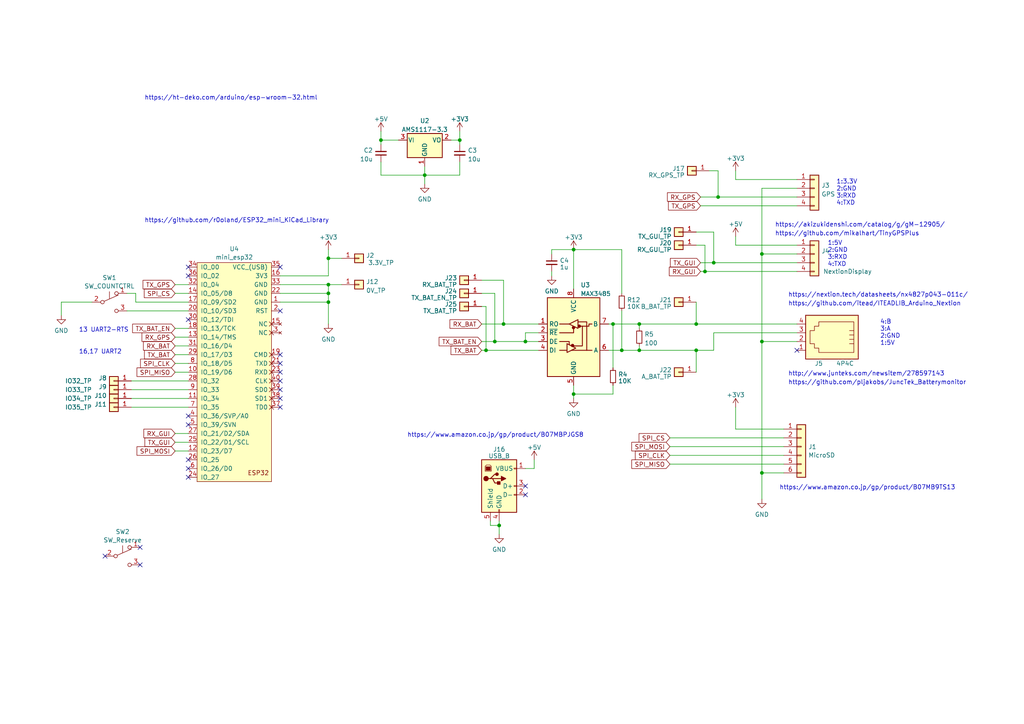
<source format=kicad_sch>
(kicad_sch (version 20230121) (generator eeschema)

  (uuid ee43b23c-bf9f-41e4-bf10-374bdd10f1b7)

  (paper "A4")

  (lib_symbols
    (symbol "Connector:4P4C" (pin_names (offset 1.016)) (in_bom yes) (on_board yes)
      (property "Reference" "J" (at -5.08 8.89 0)
        (effects (font (size 1.27 1.27)) (justify right))
      )
      (property "Value" "4P4C" (at 2.54 8.89 0)
        (effects (font (size 1.27 1.27)) (justify left))
      )
      (property "Footprint" "" (at 0 1.27 90)
        (effects (font (size 1.27 1.27)) hide)
      )
      (property "Datasheet" "~" (at 0 1.27 90)
        (effects (font (size 1.27 1.27)) hide)
      )
      (property "ki_keywords" "4P4C RJ female connector" (at 0 0 0)
        (effects (font (size 1.27 1.27)) hide)
      )
      (property "ki_description" "RJ connector, 4P4C (4 positions 4 connected), RJ9/RJ10/RJ22" (at 0 0 0)
        (effects (font (size 1.27 1.27)) hide)
      )
      (property "ki_fp_filters" "4P4C* RJ9* RJ10* RJ22*" (at 0 0 0)
        (effects (font (size 1.27 1.27)) hide)
      )
      (symbol "4P4C_0_1"
        (polyline
          (pts
            (xy -6.35 -0.635)
            (xy -5.08 -0.635)
            (xy -5.08 -0.635)
          )
          (stroke (width 0) (type default))
          (fill (type none))
        )
        (polyline
          (pts
            (xy -6.35 0.635)
            (xy -5.08 0.635)
            (xy -5.08 0.635)
          )
          (stroke (width 0) (type default))
          (fill (type none))
        )
        (polyline
          (pts
            (xy -6.35 1.905)
            (xy -5.08 1.905)
            (xy -5.08 1.905)
          )
          (stroke (width 0) (type default))
          (fill (type none))
        )
        (polyline
          (pts
            (xy -6.35 3.175)
            (xy -5.08 3.175)
            (xy -5.08 3.175)
          )
          (stroke (width 0) (type default))
          (fill (type none))
        )
        (polyline
          (pts
            (xy -6.35 -3.175)
            (xy -6.35 5.715)
            (xy -1.27 5.715)
            (xy 3.81 5.715)
            (xy 3.81 4.445)
            (xy 5.08 4.445)
            (xy 5.08 3.175)
            (xy 6.35 3.175)
            (xy 6.35 -0.635)
            (xy 5.08 -0.635)
            (xy 5.08 -1.905)
            (xy 3.81 -1.905)
            (xy 3.81 -3.175)
            (xy -6.35 -3.175)
            (xy -6.35 -3.175)
          )
          (stroke (width 0) (type default))
          (fill (type none))
        )
        (rectangle (start 7.62 7.62) (end -7.62 -5.08)
          (stroke (width 0.254) (type default))
          (fill (type background))
        )
      )
      (symbol "4P4C_1_1"
        (pin passive line (at 10.16 -2.54 180) (length 2.54)
          (name "~" (effects (font (size 1.27 1.27))))
          (number "1" (effects (font (size 1.27 1.27))))
        )
        (pin passive line (at 10.16 0 180) (length 2.54)
          (name "~" (effects (font (size 1.27 1.27))))
          (number "2" (effects (font (size 1.27 1.27))))
        )
        (pin passive line (at 10.16 2.54 180) (length 2.54)
          (name "~" (effects (font (size 1.27 1.27))))
          (number "3" (effects (font (size 1.27 1.27))))
        )
        (pin passive line (at 10.16 5.08 180) (length 2.54)
          (name "~" (effects (font (size 1.27 1.27))))
          (number "4" (effects (font (size 1.27 1.27))))
        )
      )
    )
    (symbol "Connector:USB_B" (pin_names (offset 1.016)) (in_bom yes) (on_board yes)
      (property "Reference" "J" (at -5.08 11.43 0)
        (effects (font (size 1.27 1.27)) (justify left))
      )
      (property "Value" "USB_B" (at -5.08 8.89 0)
        (effects (font (size 1.27 1.27)) (justify left))
      )
      (property "Footprint" "" (at 3.81 -1.27 0)
        (effects (font (size 1.27 1.27)) hide)
      )
      (property "Datasheet" " ~" (at 3.81 -1.27 0)
        (effects (font (size 1.27 1.27)) hide)
      )
      (property "ki_keywords" "connector USB" (at 0 0 0)
        (effects (font (size 1.27 1.27)) hide)
      )
      (property "ki_description" "USB Type B connector" (at 0 0 0)
        (effects (font (size 1.27 1.27)) hide)
      )
      (property "ki_fp_filters" "USB*" (at 0 0 0)
        (effects (font (size 1.27 1.27)) hide)
      )
      (symbol "USB_B_0_1"
        (rectangle (start -5.08 -7.62) (end 5.08 7.62)
          (stroke (width 0.254) (type default))
          (fill (type background))
        )
        (circle (center -3.81 2.159) (radius 0.635)
          (stroke (width 0.254) (type default))
          (fill (type outline))
        )
        (rectangle (start -3.81 5.588) (end -2.54 4.572)
          (stroke (width 0) (type default))
          (fill (type outline))
        )
        (circle (center -0.635 3.429) (radius 0.381)
          (stroke (width 0.254) (type default))
          (fill (type outline))
        )
        (rectangle (start -0.127 -7.62) (end 0.127 -6.858)
          (stroke (width 0) (type default))
          (fill (type none))
        )
        (polyline
          (pts
            (xy -1.905 2.159)
            (xy 0.635 2.159)
          )
          (stroke (width 0.254) (type default))
          (fill (type none))
        )
        (polyline
          (pts
            (xy -3.175 2.159)
            (xy -2.54 2.159)
            (xy -1.27 3.429)
            (xy -0.635 3.429)
          )
          (stroke (width 0.254) (type default))
          (fill (type none))
        )
        (polyline
          (pts
            (xy -2.54 2.159)
            (xy -1.905 2.159)
            (xy -1.27 0.889)
            (xy 0 0.889)
          )
          (stroke (width 0.254) (type default))
          (fill (type none))
        )
        (polyline
          (pts
            (xy 0.635 2.794)
            (xy 0.635 1.524)
            (xy 1.905 2.159)
            (xy 0.635 2.794)
          )
          (stroke (width 0.254) (type default))
          (fill (type outline))
        )
        (polyline
          (pts
            (xy -4.064 4.318)
            (xy -2.286 4.318)
            (xy -2.286 5.715)
            (xy -2.667 6.096)
            (xy -3.683 6.096)
            (xy -4.064 5.715)
            (xy -4.064 4.318)
          )
          (stroke (width 0) (type default))
          (fill (type none))
        )
        (rectangle (start 0.254 1.27) (end -0.508 0.508)
          (stroke (width 0.254) (type default))
          (fill (type outline))
        )
        (rectangle (start 5.08 -2.667) (end 4.318 -2.413)
          (stroke (width 0) (type default))
          (fill (type none))
        )
        (rectangle (start 5.08 -0.127) (end 4.318 0.127)
          (stroke (width 0) (type default))
          (fill (type none))
        )
        (rectangle (start 5.08 4.953) (end 4.318 5.207)
          (stroke (width 0) (type default))
          (fill (type none))
        )
      )
      (symbol "USB_B_1_1"
        (pin power_out line (at 7.62 5.08 180) (length 2.54)
          (name "VBUS" (effects (font (size 1.27 1.27))))
          (number "1" (effects (font (size 1.27 1.27))))
        )
        (pin bidirectional line (at 7.62 -2.54 180) (length 2.54)
          (name "D-" (effects (font (size 1.27 1.27))))
          (number "2" (effects (font (size 1.27 1.27))))
        )
        (pin bidirectional line (at 7.62 0 180) (length 2.54)
          (name "D+" (effects (font (size 1.27 1.27))))
          (number "3" (effects (font (size 1.27 1.27))))
        )
        (pin power_out line (at 0 -10.16 90) (length 2.54)
          (name "GND" (effects (font (size 1.27 1.27))))
          (number "4" (effects (font (size 1.27 1.27))))
        )
        (pin passive line (at -2.54 -10.16 90) (length 2.54)
          (name "Shield" (effects (font (size 1.27 1.27))))
          (number "5" (effects (font (size 1.27 1.27))))
        )
      )
    )
    (symbol "Connector_Generic:Conn_01x01" (pin_names (offset 1.016) hide) (in_bom yes) (on_board yes)
      (property "Reference" "J" (at 0 2.54 0)
        (effects (font (size 1.27 1.27)))
      )
      (property "Value" "Conn_01x01" (at 0 -2.54 0)
        (effects (font (size 1.27 1.27)))
      )
      (property "Footprint" "" (at 0 0 0)
        (effects (font (size 1.27 1.27)) hide)
      )
      (property "Datasheet" "~" (at 0 0 0)
        (effects (font (size 1.27 1.27)) hide)
      )
      (property "ki_keywords" "connector" (at 0 0 0)
        (effects (font (size 1.27 1.27)) hide)
      )
      (property "ki_description" "Generic connector, single row, 01x01, script generated (kicad-library-utils/schlib/autogen/connector/)" (at 0 0 0)
        (effects (font (size 1.27 1.27)) hide)
      )
      (property "ki_fp_filters" "Connector*:*_1x??_*" (at 0 0 0)
        (effects (font (size 1.27 1.27)) hide)
      )
      (symbol "Conn_01x01_1_1"
        (rectangle (start -1.27 0.127) (end 0 -0.127)
          (stroke (width 0.1524) (type default))
          (fill (type none))
        )
        (rectangle (start -1.27 1.27) (end 1.27 -1.27)
          (stroke (width 0.254) (type default))
          (fill (type background))
        )
        (pin passive line (at -5.08 0 0) (length 3.81)
          (name "Pin_1" (effects (font (size 1.27 1.27))))
          (number "1" (effects (font (size 1.27 1.27))))
        )
      )
    )
    (symbol "Connector_Generic:Conn_01x04" (pin_names (offset 1.016) hide) (in_bom yes) (on_board yes)
      (property "Reference" "J" (at 0 5.08 0)
        (effects (font (size 1.27 1.27)))
      )
      (property "Value" "Conn_01x04" (at 0 -7.62 0)
        (effects (font (size 1.27 1.27)))
      )
      (property "Footprint" "" (at 0 0 0)
        (effects (font (size 1.27 1.27)) hide)
      )
      (property "Datasheet" "~" (at 0 0 0)
        (effects (font (size 1.27 1.27)) hide)
      )
      (property "ki_keywords" "connector" (at 0 0 0)
        (effects (font (size 1.27 1.27)) hide)
      )
      (property "ki_description" "Generic connector, single row, 01x04, script generated (kicad-library-utils/schlib/autogen/connector/)" (at 0 0 0)
        (effects (font (size 1.27 1.27)) hide)
      )
      (property "ki_fp_filters" "Connector*:*_1x??_*" (at 0 0 0)
        (effects (font (size 1.27 1.27)) hide)
      )
      (symbol "Conn_01x04_1_1"
        (rectangle (start -1.27 -4.953) (end 0 -5.207)
          (stroke (width 0.1524) (type default))
          (fill (type none))
        )
        (rectangle (start -1.27 -2.413) (end 0 -2.667)
          (stroke (width 0.1524) (type default))
          (fill (type none))
        )
        (rectangle (start -1.27 0.127) (end 0 -0.127)
          (stroke (width 0.1524) (type default))
          (fill (type none))
        )
        (rectangle (start -1.27 2.667) (end 0 2.413)
          (stroke (width 0.1524) (type default))
          (fill (type none))
        )
        (rectangle (start -1.27 3.81) (end 1.27 -6.35)
          (stroke (width 0.254) (type default))
          (fill (type background))
        )
        (pin passive line (at -5.08 2.54 0) (length 3.81)
          (name "Pin_1" (effects (font (size 1.27 1.27))))
          (number "1" (effects (font (size 1.27 1.27))))
        )
        (pin passive line (at -5.08 0 0) (length 3.81)
          (name "Pin_2" (effects (font (size 1.27 1.27))))
          (number "2" (effects (font (size 1.27 1.27))))
        )
        (pin passive line (at -5.08 -2.54 0) (length 3.81)
          (name "Pin_3" (effects (font (size 1.27 1.27))))
          (number "3" (effects (font (size 1.27 1.27))))
        )
        (pin passive line (at -5.08 -5.08 0) (length 3.81)
          (name "Pin_4" (effects (font (size 1.27 1.27))))
          (number "4" (effects (font (size 1.27 1.27))))
        )
      )
    )
    (symbol "Connector_Generic:Conn_01x06" (pin_names (offset 1.016) hide) (in_bom yes) (on_board yes)
      (property "Reference" "J" (at 0 7.62 0)
        (effects (font (size 1.27 1.27)))
      )
      (property "Value" "Conn_01x06" (at 0 -10.16 0)
        (effects (font (size 1.27 1.27)))
      )
      (property "Footprint" "" (at 0 0 0)
        (effects (font (size 1.27 1.27)) hide)
      )
      (property "Datasheet" "~" (at 0 0 0)
        (effects (font (size 1.27 1.27)) hide)
      )
      (property "ki_keywords" "connector" (at 0 0 0)
        (effects (font (size 1.27 1.27)) hide)
      )
      (property "ki_description" "Generic connector, single row, 01x06, script generated (kicad-library-utils/schlib/autogen/connector/)" (at 0 0 0)
        (effects (font (size 1.27 1.27)) hide)
      )
      (property "ki_fp_filters" "Connector*:*_1x??_*" (at 0 0 0)
        (effects (font (size 1.27 1.27)) hide)
      )
      (symbol "Conn_01x06_1_1"
        (rectangle (start -1.27 -7.493) (end 0 -7.747)
          (stroke (width 0.1524) (type default))
          (fill (type none))
        )
        (rectangle (start -1.27 -4.953) (end 0 -5.207)
          (stroke (width 0.1524) (type default))
          (fill (type none))
        )
        (rectangle (start -1.27 -2.413) (end 0 -2.667)
          (stroke (width 0.1524) (type default))
          (fill (type none))
        )
        (rectangle (start -1.27 0.127) (end 0 -0.127)
          (stroke (width 0.1524) (type default))
          (fill (type none))
        )
        (rectangle (start -1.27 2.667) (end 0 2.413)
          (stroke (width 0.1524) (type default))
          (fill (type none))
        )
        (rectangle (start -1.27 5.207) (end 0 4.953)
          (stroke (width 0.1524) (type default))
          (fill (type none))
        )
        (rectangle (start -1.27 6.35) (end 1.27 -8.89)
          (stroke (width 0.254) (type default))
          (fill (type background))
        )
        (pin passive line (at -5.08 5.08 0) (length 3.81)
          (name "Pin_1" (effects (font (size 1.27 1.27))))
          (number "1" (effects (font (size 1.27 1.27))))
        )
        (pin passive line (at -5.08 2.54 0) (length 3.81)
          (name "Pin_2" (effects (font (size 1.27 1.27))))
          (number "2" (effects (font (size 1.27 1.27))))
        )
        (pin passive line (at -5.08 0 0) (length 3.81)
          (name "Pin_3" (effects (font (size 1.27 1.27))))
          (number "3" (effects (font (size 1.27 1.27))))
        )
        (pin passive line (at -5.08 -2.54 0) (length 3.81)
          (name "Pin_4" (effects (font (size 1.27 1.27))))
          (number "4" (effects (font (size 1.27 1.27))))
        )
        (pin passive line (at -5.08 -5.08 0) (length 3.81)
          (name "Pin_5" (effects (font (size 1.27 1.27))))
          (number "5" (effects (font (size 1.27 1.27))))
        )
        (pin passive line (at -5.08 -7.62 0) (length 3.81)
          (name "Pin_6" (effects (font (size 1.27 1.27))))
          (number "6" (effects (font (size 1.27 1.27))))
        )
      )
    )
    (symbol "Device:C_Small" (pin_numbers hide) (pin_names (offset 0.254) hide) (in_bom yes) (on_board yes)
      (property "Reference" "C" (at 0.254 1.778 0)
        (effects (font (size 1.27 1.27)) (justify left))
      )
      (property "Value" "C_Small" (at 0.254 -2.032 0)
        (effects (font (size 1.27 1.27)) (justify left))
      )
      (property "Footprint" "" (at 0 0 0)
        (effects (font (size 1.27 1.27)) hide)
      )
      (property "Datasheet" "~" (at 0 0 0)
        (effects (font (size 1.27 1.27)) hide)
      )
      (property "ki_keywords" "capacitor cap" (at 0 0 0)
        (effects (font (size 1.27 1.27)) hide)
      )
      (property "ki_description" "Unpolarized capacitor, small symbol" (at 0 0 0)
        (effects (font (size 1.27 1.27)) hide)
      )
      (property "ki_fp_filters" "C_*" (at 0 0 0)
        (effects (font (size 1.27 1.27)) hide)
      )
      (symbol "C_Small_0_1"
        (polyline
          (pts
            (xy -1.524 -0.508)
            (xy 1.524 -0.508)
          )
          (stroke (width 0.3302) (type default))
          (fill (type none))
        )
        (polyline
          (pts
            (xy -1.524 0.508)
            (xy 1.524 0.508)
          )
          (stroke (width 0.3048) (type default))
          (fill (type none))
        )
      )
      (symbol "C_Small_1_1"
        (pin passive line (at 0 2.54 270) (length 2.032)
          (name "~" (effects (font (size 1.27 1.27))))
          (number "1" (effects (font (size 1.27 1.27))))
        )
        (pin passive line (at 0 -2.54 90) (length 2.032)
          (name "~" (effects (font (size 1.27 1.27))))
          (number "2" (effects (font (size 1.27 1.27))))
        )
      )
    )
    (symbol "Device:R_Small" (pin_numbers hide) (pin_names (offset 0.254) hide) (in_bom yes) (on_board yes)
      (property "Reference" "R" (at 0.762 0.508 0)
        (effects (font (size 1.27 1.27)) (justify left))
      )
      (property "Value" "R_Small" (at 0.762 -1.016 0)
        (effects (font (size 1.27 1.27)) (justify left))
      )
      (property "Footprint" "" (at 0 0 0)
        (effects (font (size 1.27 1.27)) hide)
      )
      (property "Datasheet" "~" (at 0 0 0)
        (effects (font (size 1.27 1.27)) hide)
      )
      (property "ki_keywords" "R resistor" (at 0 0 0)
        (effects (font (size 1.27 1.27)) hide)
      )
      (property "ki_description" "Resistor, small symbol" (at 0 0 0)
        (effects (font (size 1.27 1.27)) hide)
      )
      (property "ki_fp_filters" "R_*" (at 0 0 0)
        (effects (font (size 1.27 1.27)) hide)
      )
      (symbol "R_Small_0_1"
        (rectangle (start -0.762 1.778) (end 0.762 -1.778)
          (stroke (width 0.2032) (type default))
          (fill (type none))
        )
      )
      (symbol "R_Small_1_1"
        (pin passive line (at 0 2.54 270) (length 0.762)
          (name "~" (effects (font (size 1.27 1.27))))
          (number "1" (effects (font (size 1.27 1.27))))
        )
        (pin passive line (at 0 -2.54 90) (length 0.762)
          (name "~" (effects (font (size 1.27 1.27))))
          (number "2" (effects (font (size 1.27 1.27))))
        )
      )
    )
    (symbol "ESP32_mini:mini_esp32" (pin_names (offset 1.016)) (in_bom yes) (on_board yes)
      (property "Reference" "U" (at -7.62 -50.8 0)
        (effects (font (size 1.27 1.27)))
      )
      (property "Value" "mini_esp32" (at 5.08 -59.69 0)
        (effects (font (size 1.27 1.27)))
      )
      (property "Footprint" "" (at 3.81 2.54 0)
        (effects (font (size 1.27 1.27)) hide)
      )
      (property "Datasheet" "" (at 3.81 2.54 0)
        (effects (font (size 1.27 1.27)) hide)
      )
      (symbol "mini_esp32_0_0"
        (text "ESP32" (at 7.62 -62.23 0)
          (effects (font (size 1.27 1.27)))
        )
        (pin power_in line (at 13.97 -12.7 180) (length 2.54)
          (name "GND" (effects (font (size 1.27 1.27))))
          (number "1" (effects (font (size 1.27 1.27))))
        )
        (pin input line (at 13.97 -15.24 180) (length 2.54)
          (name "RST" (effects (font (size 1.27 1.27))))
          (number "2" (effects (font (size 1.27 1.27))))
        )
        (pin no_connect non_logic (at 13.97 -21.59 180) (length 2.54)
          (name "NC" (effects (font (size 1.27 1.27))))
          (number "3" (effects (font (size 1.27 1.27))))
        )
        (pin bidirectional line (at -12.7 -45.72 0) (length 2.54)
          (name "IO_36/SVP/A0" (effects (font (size 1.27 1.27))))
          (number "4" (effects (font (size 1.27 1.27))))
        )
        (pin bidirectional line (at -12.7 -48.26 0) (length 2.54)
          (name "IO_39/SVN" (effects (font (size 1.27 1.27))))
          (number "5" (effects (font (size 1.27 1.27))))
        )
      )
      (symbol "mini_esp32_0_1"
        (rectangle (start -10.16 -1.27) (end 11.43 -64.77)
          (stroke (width 0) (type solid))
          (fill (type background))
        )
      )
      (symbol "mini_esp32_1_1"
        (pin bidirectional line (at -12.7 -33.02 0) (length 2.54)
          (name "IO_19/D6" (effects (font (size 1.27 1.27))))
          (number "10" (effects (font (size 1.27 1.27))))
        )
        (pin bidirectional line (at -12.7 -40.64 0) (length 2.54)
          (name "IO_34" (effects (font (size 1.27 1.27))))
          (number "11" (effects (font (size 1.27 1.27))))
        )
        (pin bidirectional line (at -12.7 -55.88 0) (length 2.54)
          (name "IO_23/D7" (effects (font (size 1.27 1.27))))
          (number "12" (effects (font (size 1.27 1.27))))
        )
        (pin bidirectional line (at -12.7 -22.86 0) (length 2.54)
          (name "IO_14/TMS" (effects (font (size 1.27 1.27))))
          (number "13" (effects (font (size 1.27 1.27))))
        )
        (pin bidirectional line (at -12.7 -10.16 0) (length 2.54)
          (name "IO_05/D8" (effects (font (size 1.27 1.27))))
          (number "14" (effects (font (size 1.27 1.27))))
        )
        (pin no_connect non_logic (at 13.97 -19.05 180) (length 2.54)
          (name "NC" (effects (font (size 1.27 1.27))))
          (number "15" (effects (font (size 1.27 1.27))))
        )
        (pin power_in line (at 13.97 -5.08 180) (length 2.54)
          (name "3V3" (effects (font (size 1.27 1.27))))
          (number "16" (effects (font (size 1.27 1.27))))
        )
        (pin bidirectional line (at -12.7 -12.7 0) (length 2.54)
          (name "IO_09/SD2" (effects (font (size 1.27 1.27))))
          (number "17" (effects (font (size 1.27 1.27))))
        )
        (pin bidirectional line (at -12.7 -20.32 0) (length 2.54)
          (name "IO_13/TCK" (effects (font (size 1.27 1.27))))
          (number "18" (effects (font (size 1.27 1.27))))
        )
        (pin passive non_logic (at 13.97 -27.94 180) (length 2.54)
          (name "CMD" (effects (font (size 1.27 1.27))))
          (number "19" (effects (font (size 1.27 1.27))))
        )
        (pin bidirectional line (at -12.7 -15.24 0) (length 2.54)
          (name "IO_10/SD3" (effects (font (size 1.27 1.27))))
          (number "20" (effects (font (size 1.27 1.27))))
        )
        (pin passive non_logic (at 13.97 -30.48 180) (length 2.54)
          (name "TXD" (effects (font (size 1.27 1.27))))
          (number "21" (effects (font (size 1.27 1.27))))
        )
        (pin power_in line (at 13.97 -10.16 180) (length 2.54)
          (name "GND" (effects (font (size 1.27 1.27))))
          (number "22" (effects (font (size 1.27 1.27))))
        )
        (pin passive non_logic (at 13.97 -33.02 180) (length 2.54)
          (name "RXD" (effects (font (size 1.27 1.27))))
          (number "23" (effects (font (size 1.27 1.27))))
        )
        (pin bidirectional line (at -12.7 -63.5 0) (length 2.54)
          (name "IO_27" (effects (font (size 1.27 1.27))))
          (number "24" (effects (font (size 1.27 1.27))))
        )
        (pin bidirectional line (at -12.7 -53.34 0) (length 2.54)
          (name "IO_22/D1/SCL" (effects (font (size 1.27 1.27))))
          (number "25" (effects (font (size 1.27 1.27))))
        )
        (pin bidirectional line (at -12.7 -58.42 0) (length 2.54)
          (name "IO_25" (effects (font (size 1.27 1.27))))
          (number "26" (effects (font (size 1.27 1.27))))
        )
        (pin bidirectional line (at -12.7 -50.8 0) (length 2.54)
          (name "IO_21/D2/SDA" (effects (font (size 1.27 1.27))))
          (number "27" (effects (font (size 1.27 1.27))))
        )
        (pin bidirectional line (at -12.7 -35.56 0) (length 2.54)
          (name "IO_32" (effects (font (size 1.27 1.27))))
          (number "28" (effects (font (size 1.27 1.27))))
        )
        (pin bidirectional line (at -12.7 -27.94 0) (length 2.54)
          (name "IO_17/D3" (effects (font (size 1.27 1.27))))
          (number "29" (effects (font (size 1.27 1.27))))
        )
        (pin bidirectional line (at -12.7 -17.78 0) (length 2.54)
          (name "IO_12/TDI" (effects (font (size 1.27 1.27))))
          (number "30" (effects (font (size 1.27 1.27))))
        )
        (pin bidirectional line (at -12.7 -25.4 0) (length 2.54)
          (name "IO_16/D4" (effects (font (size 1.27 1.27))))
          (number "31" (effects (font (size 1.27 1.27))))
        )
        (pin bidirectional line (at -12.7 -7.62 0) (length 2.54)
          (name "IO_04" (effects (font (size 1.27 1.27))))
          (number "32" (effects (font (size 1.27 1.27))))
        )
        (pin power_in line (at 13.97 -7.62 180) (length 2.54)
          (name "GND" (effects (font (size 1.27 1.27))))
          (number "33" (effects (font (size 1.27 1.27))))
        )
        (pin bidirectional line (at -12.7 -2.54 0) (length 2.54)
          (name "IO_00" (effects (font (size 1.27 1.27))))
          (number "34" (effects (font (size 1.27 1.27))))
        )
        (pin power_in line (at 13.97 -2.54 180) (length 2.54)
          (name "VCC_(USB)" (effects (font (size 1.27 1.27))))
          (number "35" (effects (font (size 1.27 1.27))))
        )
        (pin bidirectional line (at -12.7 -5.08 0) (length 2.54)
          (name "IO_02" (effects (font (size 1.27 1.27))))
          (number "36" (effects (font (size 1.27 1.27))))
        )
        (pin passive non_logic (at 13.97 -43.18 180) (length 2.54)
          (name "TD0" (effects (font (size 1.27 1.27))))
          (number "37" (effects (font (size 1.27 1.27))))
        )
        (pin passive non_logic (at 13.97 -40.64 180) (length 2.54)
          (name "SD1" (effects (font (size 1.27 1.27))))
          (number "38" (effects (font (size 1.27 1.27))))
        )
        (pin passive non_logic (at 13.97 -38.1 180) (length 2.54)
          (name "SD0" (effects (font (size 1.27 1.27))))
          (number "39" (effects (font (size 1.27 1.27))))
        )
        (pin passive non_logic (at 13.97 -35.56 180) (length 2.54)
          (name "CLK" (effects (font (size 1.27 1.27))))
          (number "40" (effects (font (size 1.27 1.27))))
        )
        (pin bidirectional line (at -12.7 -60.96 0) (length 2.54)
          (name "IO_26/D0" (effects (font (size 1.27 1.27))))
          (number "6" (effects (font (size 1.27 1.27))))
        )
        (pin bidirectional line (at -12.7 -43.18 0) (length 2.54)
          (name "IO_35" (effects (font (size 1.27 1.27))))
          (number "7" (effects (font (size 1.27 1.27))))
        )
        (pin bidirectional line (at -12.7 -30.48 0) (length 2.54)
          (name "IO_18/D5" (effects (font (size 1.27 1.27))))
          (number "8" (effects (font (size 1.27 1.27))))
        )
        (pin bidirectional line (at -12.7 -38.1 0) (length 2.54)
          (name "IO_33" (effects (font (size 1.27 1.27))))
          (number "9" (effects (font (size 1.27 1.27))))
        )
      )
    )
    (symbol "Interface_UART:MAX3485" (in_bom yes) (on_board yes)
      (property "Reference" "U" (at -6.096 11.43 0)
        (effects (font (size 1.27 1.27)))
      )
      (property "Value" "MAX3485" (at 0.762 11.43 0)
        (effects (font (size 1.27 1.27)) (justify left))
      )
      (property "Footprint" "" (at 0 -17.78 0)
        (effects (font (size 1.27 1.27)) hide)
      )
      (property "Datasheet" "https://datasheets.maximintegrated.com/en/ds/MAX3483-MAX3491.pdf" (at 0 1.27 0)
        (effects (font (size 1.27 1.27)) hide)
      )
      (property "ki_keywords" "RS-485 RS-422 UART line-driver transceiver" (at 0 0 0)
        (effects (font (size 1.27 1.27)) hide)
      )
      (property "ki_description" "True RS-485/RS-422, 10Mbps, Slew-Rate Limited, with low-power shutdown, with receiver/driver enable, 32 receiver drive capacitity, DIP-8 and SOIC-8" (at 0 0 0)
        (effects (font (size 1.27 1.27)) hide)
      )
      (property "ki_fp_filters" "DIP*W7.62mm* SOIC*3.9x4.9mm*P1.27mm*" (at 0 0 0)
        (effects (font (size 1.27 1.27)) hide)
      )
      (symbol "MAX3485_0_1"
        (rectangle (start -7.62 10.16) (end 7.62 -12.7)
          (stroke (width 0.254) (type default))
          (fill (type background))
        )
        (circle (center -0.3048 -3.683) (radius 0.3556)
          (stroke (width 0.254) (type default))
          (fill (type outline))
        )
        (circle (center -0.0254 1.4986) (radius 0.3556)
          (stroke (width 0.254) (type default))
          (fill (type outline))
        )
        (polyline
          (pts
            (xy -4.064 -5.08)
            (xy -1.905 -5.08)
          )
          (stroke (width 0.254) (type default))
          (fill (type none))
        )
        (polyline
          (pts
            (xy -4.064 2.54)
            (xy -1.27 2.54)
          )
          (stroke (width 0.254) (type default))
          (fill (type none))
        )
        (polyline
          (pts
            (xy -1.27 -3.2004)
            (xy -1.27 -3.4544)
          )
          (stroke (width 0.254) (type default))
          (fill (type none))
        )
        (polyline
          (pts
            (xy -0.635 -5.08)
            (xy 5.334 -5.08)
          )
          (stroke (width 0.254) (type default))
          (fill (type none))
        )
        (polyline
          (pts
            (xy -4.064 -2.54)
            (xy -1.27 -2.54)
            (xy -1.27 -3.175)
          )
          (stroke (width 0.254) (type default))
          (fill (type none))
        )
        (polyline
          (pts
            (xy 0 1.27)
            (xy 0 0)
            (xy -4.064 0)
          )
          (stroke (width 0.254) (type default))
          (fill (type none))
        )
        (polyline
          (pts
            (xy 1.27 3.175)
            (xy 3.81 3.175)
            (xy 3.81 -5.08)
          )
          (stroke (width 0.254) (type default))
          (fill (type none))
        )
        (polyline
          (pts
            (xy 2.54 1.905)
            (xy 2.54 -3.81)
            (xy 0 -3.81)
          )
          (stroke (width 0.254) (type default))
          (fill (type none))
        )
        (polyline
          (pts
            (xy -1.905 -3.175)
            (xy -1.905 -5.715)
            (xy 0.635 -4.445)
            (xy -1.905 -3.175)
          )
          (stroke (width 0.254) (type default))
          (fill (type none))
        )
        (polyline
          (pts
            (xy -1.27 2.54)
            (xy 1.27 3.81)
            (xy 1.27 1.27)
            (xy -1.27 2.54)
          )
          (stroke (width 0.254) (type default))
          (fill (type none))
        )
        (polyline
          (pts
            (xy 1.905 1.905)
            (xy 4.445 1.905)
            (xy 4.445 2.54)
            (xy 5.334 2.54)
          )
          (stroke (width 0.254) (type default))
          (fill (type none))
        )
        (rectangle (start 1.27 3.175) (end 1.27 3.175)
          (stroke (width 0) (type default))
          (fill (type none))
        )
        (circle (center 1.651 1.905) (radius 0.3556)
          (stroke (width 0.254) (type default))
          (fill (type outline))
        )
      )
      (symbol "MAX3485_1_1"
        (pin output line (at -10.16 2.54 0) (length 2.54)
          (name "RO" (effects (font (size 1.27 1.27))))
          (number "1" (effects (font (size 1.27 1.27))))
        )
        (pin input line (at -10.16 0 0) (length 2.54)
          (name "~{RE}" (effects (font (size 1.27 1.27))))
          (number "2" (effects (font (size 1.27 1.27))))
        )
        (pin input line (at -10.16 -2.54 0) (length 2.54)
          (name "DE" (effects (font (size 1.27 1.27))))
          (number "3" (effects (font (size 1.27 1.27))))
        )
        (pin input line (at -10.16 -5.08 0) (length 2.54)
          (name "DI" (effects (font (size 1.27 1.27))))
          (number "4" (effects (font (size 1.27 1.27))))
        )
        (pin power_in line (at 0 -15.24 90) (length 2.54)
          (name "GND" (effects (font (size 1.27 1.27))))
          (number "5" (effects (font (size 1.27 1.27))))
        )
        (pin bidirectional line (at 10.16 -5.08 180) (length 2.54)
          (name "A" (effects (font (size 1.27 1.27))))
          (number "6" (effects (font (size 1.27 1.27))))
        )
        (pin bidirectional line (at 10.16 2.54 180) (length 2.54)
          (name "B" (effects (font (size 1.27 1.27))))
          (number "7" (effects (font (size 1.27 1.27))))
        )
        (pin power_in line (at 0 12.7 270) (length 2.54)
          (name "VCC" (effects (font (size 1.27 1.27))))
          (number "8" (effects (font (size 1.27 1.27))))
        )
      )
    )
    (symbol "Regulator_Linear:AMS1117-3.3" (pin_names (offset 0.254)) (in_bom yes) (on_board yes)
      (property "Reference" "U" (at -3.81 3.175 0)
        (effects (font (size 1.27 1.27)))
      )
      (property "Value" "AMS1117-3.3" (at 0 3.175 0)
        (effects (font (size 1.27 1.27)) (justify left))
      )
      (property "Footprint" "Package_TO_SOT_SMD:SOT-223-3_TabPin2" (at 0 5.08 0)
        (effects (font (size 1.27 1.27)) hide)
      )
      (property "Datasheet" "http://www.advanced-monolithic.com/pdf/ds1117.pdf" (at 2.54 -6.35 0)
        (effects (font (size 1.27 1.27)) hide)
      )
      (property "ki_keywords" "linear regulator ldo fixed positive" (at 0 0 0)
        (effects (font (size 1.27 1.27)) hide)
      )
      (property "ki_description" "1A Low Dropout regulator, positive, 3.3V fixed output, SOT-223" (at 0 0 0)
        (effects (font (size 1.27 1.27)) hide)
      )
      (property "ki_fp_filters" "SOT?223*TabPin2*" (at 0 0 0)
        (effects (font (size 1.27 1.27)) hide)
      )
      (symbol "AMS1117-3.3_0_1"
        (rectangle (start -5.08 -5.08) (end 5.08 1.905)
          (stroke (width 0.254) (type default))
          (fill (type background))
        )
      )
      (symbol "AMS1117-3.3_1_1"
        (pin power_in line (at 0 -7.62 90) (length 2.54)
          (name "GND" (effects (font (size 1.27 1.27))))
          (number "1" (effects (font (size 1.27 1.27))))
        )
        (pin power_out line (at 7.62 0 180) (length 2.54)
          (name "VO" (effects (font (size 1.27 1.27))))
          (number "2" (effects (font (size 1.27 1.27))))
        )
        (pin power_in line (at -7.62 0 0) (length 2.54)
          (name "VI" (effects (font (size 1.27 1.27))))
          (number "3" (effects (font (size 1.27 1.27))))
        )
      )
    )
    (symbol "Switch:SW_Push_SPDT" (pin_names (offset 0) hide) (in_bom yes) (on_board yes)
      (property "Reference" "SW" (at 0 4.318 0)
        (effects (font (size 1.27 1.27)))
      )
      (property "Value" "SW_Push_SPDT" (at 0 -5.08 0)
        (effects (font (size 1.27 1.27)))
      )
      (property "Footprint" "" (at 0 0 0)
        (effects (font (size 1.27 1.27)) hide)
      )
      (property "Datasheet" "~" (at 0 0 0)
        (effects (font (size 1.27 1.27)) hide)
      )
      (property "ki_keywords" "switch single-pole double-throw spdt ON-ON" (at 0 0 0)
        (effects (font (size 1.27 1.27)) hide)
      )
      (property "ki_description" "Momentary Switch, single pole double throw" (at 0 0 0)
        (effects (font (size 1.27 1.27)) hide)
      )
      (symbol "SW_Push_SPDT_0_0"
        (circle (center -2.032 0) (radius 0.508)
          (stroke (width 0) (type default))
          (fill (type none))
        )
        (polyline
          (pts
            (xy 0 1.016)
            (xy 0 3.048)
          )
          (stroke (width 0) (type default))
          (fill (type none))
        )
        (circle (center 2.032 -2.54) (radius 0.508)
          (stroke (width 0) (type default))
          (fill (type none))
        )
      )
      (symbol "SW_Push_SPDT_0_1"
        (polyline
          (pts
            (xy -1.524 0.254)
            (xy 2.54 2.032)
          )
          (stroke (width 0) (type default))
          (fill (type none))
        )
        (circle (center 2.032 2.54) (radius 0.508)
          (stroke (width 0) (type default))
          (fill (type none))
        )
      )
      (symbol "SW_Push_SPDT_1_1"
        (pin passive line (at 5.08 2.54 180) (length 2.54)
          (name "A" (effects (font (size 1.27 1.27))))
          (number "1" (effects (font (size 1.27 1.27))))
        )
        (pin passive line (at -5.08 0 0) (length 2.54)
          (name "B" (effects (font (size 1.27 1.27))))
          (number "2" (effects (font (size 1.27 1.27))))
        )
        (pin passive line (at 5.08 -2.54 180) (length 2.54)
          (name "C" (effects (font (size 1.27 1.27))))
          (number "3" (effects (font (size 1.27 1.27))))
        )
      )
    )
    (symbol "power:+3.3V" (power) (pin_names (offset 0)) (in_bom yes) (on_board yes)
      (property "Reference" "#PWR" (at 0 -3.81 0)
        (effects (font (size 1.27 1.27)) hide)
      )
      (property "Value" "+3.3V" (at 0 3.556 0)
        (effects (font (size 1.27 1.27)))
      )
      (property "Footprint" "" (at 0 0 0)
        (effects (font (size 1.27 1.27)) hide)
      )
      (property "Datasheet" "" (at 0 0 0)
        (effects (font (size 1.27 1.27)) hide)
      )
      (property "ki_keywords" "power-flag" (at 0 0 0)
        (effects (font (size 1.27 1.27)) hide)
      )
      (property "ki_description" "Power symbol creates a global label with name \"+3.3V\"" (at 0 0 0)
        (effects (font (size 1.27 1.27)) hide)
      )
      (symbol "+3.3V_0_1"
        (polyline
          (pts
            (xy -0.762 1.27)
            (xy 0 2.54)
          )
          (stroke (width 0) (type default))
          (fill (type none))
        )
        (polyline
          (pts
            (xy 0 0)
            (xy 0 2.54)
          )
          (stroke (width 0) (type default))
          (fill (type none))
        )
        (polyline
          (pts
            (xy 0 2.54)
            (xy 0.762 1.27)
          )
          (stroke (width 0) (type default))
          (fill (type none))
        )
      )
      (symbol "+3.3V_1_1"
        (pin power_in line (at 0 0 90) (length 0) hide
          (name "+3V3" (effects (font (size 1.27 1.27))))
          (number "1" (effects (font (size 1.27 1.27))))
        )
      )
    )
    (symbol "power:+5V" (power) (pin_names (offset 0)) (in_bom yes) (on_board yes)
      (property "Reference" "#PWR" (at 0 -3.81 0)
        (effects (font (size 1.27 1.27)) hide)
      )
      (property "Value" "+5V" (at 0 3.556 0)
        (effects (font (size 1.27 1.27)))
      )
      (property "Footprint" "" (at 0 0 0)
        (effects (font (size 1.27 1.27)) hide)
      )
      (property "Datasheet" "" (at 0 0 0)
        (effects (font (size 1.27 1.27)) hide)
      )
      (property "ki_keywords" "power-flag" (at 0 0 0)
        (effects (font (size 1.27 1.27)) hide)
      )
      (property "ki_description" "Power symbol creates a global label with name \"+5V\"" (at 0 0 0)
        (effects (font (size 1.27 1.27)) hide)
      )
      (symbol "+5V_0_1"
        (polyline
          (pts
            (xy -0.762 1.27)
            (xy 0 2.54)
          )
          (stroke (width 0) (type default))
          (fill (type none))
        )
        (polyline
          (pts
            (xy 0 0)
            (xy 0 2.54)
          )
          (stroke (width 0) (type default))
          (fill (type none))
        )
        (polyline
          (pts
            (xy 0 2.54)
            (xy 0.762 1.27)
          )
          (stroke (width 0) (type default))
          (fill (type none))
        )
      )
      (symbol "+5V_1_1"
        (pin power_in line (at 0 0 90) (length 0) hide
          (name "+5V" (effects (font (size 1.27 1.27))))
          (number "1" (effects (font (size 1.27 1.27))))
        )
      )
    )
    (symbol "power:GND" (power) (pin_names (offset 0)) (in_bom yes) (on_board yes)
      (property "Reference" "#PWR" (at 0 -6.35 0)
        (effects (font (size 1.27 1.27)) hide)
      )
      (property "Value" "GND" (at 0 -3.81 0)
        (effects (font (size 1.27 1.27)))
      )
      (property "Footprint" "" (at 0 0 0)
        (effects (font (size 1.27 1.27)) hide)
      )
      (property "Datasheet" "" (at 0 0 0)
        (effects (font (size 1.27 1.27)) hide)
      )
      (property "ki_keywords" "power-flag" (at 0 0 0)
        (effects (font (size 1.27 1.27)) hide)
      )
      (property "ki_description" "Power symbol creates a global label with name \"GND\" , ground" (at 0 0 0)
        (effects (font (size 1.27 1.27)) hide)
      )
      (symbol "GND_0_1"
        (polyline
          (pts
            (xy 0 0)
            (xy 0 -1.27)
            (xy 1.27 -1.27)
            (xy 0 -2.54)
            (xy -1.27 -1.27)
            (xy 0 -1.27)
          )
          (stroke (width 0) (type default))
          (fill (type none))
        )
      )
      (symbol "GND_1_1"
        (pin power_in line (at 0 0 270) (length 0) hide
          (name "GND" (effects (font (size 1.27 1.27))))
          (number "1" (effects (font (size 1.27 1.27))))
        )
      )
    )
  )

  (junction (at 177.8 93.98) (diameter 0) (color 0 0 0 0)
    (uuid 08399e18-6a81-4b9f-88d5-88beafd28427)
  )
  (junction (at 95.25 87.63) (diameter 0) (color 0 0 0 0)
    (uuid 0a2b2111-5c6c-42e8-ac24-afbd8e784d5c)
  )
  (junction (at 220.98 137.16) (diameter 0) (color 0 0 0 0)
    (uuid 0cae7131-f15d-4ef9-9bf6-37d4f7bb634c)
  )
  (junction (at 144.78 152.4) (diameter 0) (color 0 0 0 0)
    (uuid 10dbe0f1-41fc-4583-bb44-8c22b6a05a55)
  )
  (junction (at 133.35 40.64) (diameter 0) (color 0 0 0 0)
    (uuid 227f182c-f101-4828-bc40-dc9c33889597)
  )
  (junction (at 152.4 99.06) (diameter 0) (color 0 0 0 0)
    (uuid 24d37c6d-393a-4463-b6e2-ce0a45fb85d0)
  )
  (junction (at 185.42 93.98) (diameter 0) (color 0 0 0 0)
    (uuid 3a884e02-675f-46ec-82e4-8da210468f23)
  )
  (junction (at 220.98 99.06) (diameter 0) (color 0 0 0 0)
    (uuid 3f38e86c-bb7e-4e76-a503-06d1e902ac1b)
  )
  (junction (at 166.37 72.39) (diameter 0) (color 0 0 0 0)
    (uuid 4b6736c7-9531-462b-8e4a-04545835d3e9)
  )
  (junction (at 201.93 93.98) (diameter 0) (color 0 0 0 0)
    (uuid 567edde8-b581-40bb-b89a-3d2e1deda057)
  )
  (junction (at 95.25 82.55) (diameter 0) (color 0 0 0 0)
    (uuid 589cbf41-6ae4-4cb6-90cf-f653fce71467)
  )
  (junction (at 207.01 76.2) (diameter 0) (color 0 0 0 0)
    (uuid 5e55c3be-284b-4567-99bb-0133cf0cc4f8)
  )
  (junction (at 220.98 73.66) (diameter 0) (color 0 0 0 0)
    (uuid 5f69cc00-7c59-4d39-863e-396b223b0124)
  )
  (junction (at 123.19 50.8) (diameter 0) (color 0 0 0 0)
    (uuid 680ec6e8-504f-4fbf-aaa2-05e961aa2b30)
  )
  (junction (at 95.25 74.93) (diameter 0) (color 0 0 0 0)
    (uuid 6937ca6a-5635-494f-a594-a17157592c68)
  )
  (junction (at 208.28 57.15) (diameter 0) (color 0 0 0 0)
    (uuid 72d383ed-d752-40f4-8a65-1a49b19e49cd)
  )
  (junction (at 146.05 93.98) (diameter 0) (color 0 0 0 0)
    (uuid 95a8d17d-3b8b-41d5-923a-101b4ece56d0)
  )
  (junction (at 143.51 99.06) (diameter 0) (color 0 0 0 0)
    (uuid 95e52dfe-2565-46ec-9524-8dac17f2f2d9)
  )
  (junction (at 201.93 101.6) (diameter 0) (color 0 0 0 0)
    (uuid a29ecd63-b89d-432d-9f8c-592b685058c2)
  )
  (junction (at 140.97 101.6) (diameter 0) (color 0 0 0 0)
    (uuid a58ade78-8100-4652-960d-be7460311a9a)
  )
  (junction (at 166.37 114.3) (diameter 0) (color 0 0 0 0)
    (uuid a87d5ced-09e2-4bff-8da2-fa8a337926ca)
  )
  (junction (at 185.42 101.6) (diameter 0) (color 0 0 0 0)
    (uuid ab5f1286-7fe6-486d-9c08-dc57be9d7ebb)
  )
  (junction (at 204.47 78.74) (diameter 0) (color 0 0 0 0)
    (uuid c6ee40e0-26c9-4af3-a273-08171e7e9403)
  )
  (junction (at 180.34 101.6) (diameter 0) (color 0 0 0 0)
    (uuid dd330ed7-5646-4cb5-a373-4359bd2011b8)
  )
  (junction (at 110.49 40.64) (diameter 0) (color 0 0 0 0)
    (uuid eb1eb869-117e-46d6-868e-8f682140548d)
  )
  (junction (at 95.25 85.09) (diameter 0) (color 0 0 0 0)
    (uuid f6b9b341-9be9-4b41-9e96-2e9e4a533911)
  )

  (no_connect (at 54.61 80.01) (uuid 038623f2-92b7-4545-bd1b-db97db846001))
  (no_connect (at 152.4 143.51) (uuid 16b0fc4d-2c15-404c-9abc-22dd8a6b88d8))
  (no_connect (at 81.28 105.41) (uuid 1af76e3c-af83-4cbd-870f-200346534d25))
  (no_connect (at 40.64 163.83) (uuid 1bf62991-3687-4d34-a69f-04b422f3f1b6))
  (no_connect (at 81.28 115.57) (uuid 22523448-ac3f-43c0-a214-d19839f934b4))
  (no_connect (at 30.48 161.29) (uuid 4e54d9e8-ecb4-47c4-8be4-e7e1b32c3074))
  (no_connect (at 54.61 77.47) (uuid 54437315-3c2e-47cd-a0a0-cafdc6d0695c))
  (no_connect (at 54.61 133.35) (uuid 5505bd0c-d835-4d15-a5ab-f6f744ea8e9c))
  (no_connect (at 231.14 101.6) (uuid 567d7e10-20b0-4ba2-add8-83fe2c1297df))
  (no_connect (at 54.61 123.19) (uuid 6783e383-4591-48dc-8051-f9ae84477f4f))
  (no_connect (at 81.28 110.49) (uuid 722af92b-d3c2-4c4f-a000-8b54281f7973))
  (no_connect (at 152.4 140.97) (uuid 897b525f-11b0-4928-82f6-1d0c51741ed9))
  (no_connect (at 81.28 107.95) (uuid 8dbf5177-c844-476f-81f1-d4d98aee2a49))
  (no_connect (at 54.61 138.43) (uuid 928e71c9-923d-46a8-be2c-d00c38346dc5))
  (no_connect (at 54.61 92.71) (uuid 9ba57e0e-c0c1-4ea4-863e-f9f8258ab906))
  (no_connect (at 54.61 120.65) (uuid 9bafd18f-a52d-4b39-972e-607f6c309321))
  (no_connect (at 81.28 118.11) (uuid a4d1220a-5c57-4de6-be5c-950c91cede41))
  (no_connect (at 40.64 158.75) (uuid b0ab26b5-12b9-45ac-aac2-916abe2465a3))
  (no_connect (at 81.28 77.47) (uuid b3a16c69-1380-4efb-b168-3718f76dc4a9))
  (no_connect (at 81.28 113.03) (uuid beb9e2d7-37d1-4094-a91d-0e35af3d28f8))
  (no_connect (at 81.28 90.17) (uuid c38a0c27-61f9-4256-85d6-24e725670e5e))
  (no_connect (at 81.28 102.87) (uuid db8d9b66-c664-4fe3-9418-0db1afbe7b57))
  (no_connect (at 54.61 135.89) (uuid f8039ddd-c451-4b17-989b-3e8b4adae92d))

  (wire (pts (xy 146.05 93.98) (xy 156.21 93.98))
    (stroke (width 0) (type default))
    (uuid 055156c6-67e9-473a-ae3e-f61b5783507d)
  )
  (wire (pts (xy 140.97 101.6) (xy 156.21 101.6))
    (stroke (width 0) (type default))
    (uuid 06177b39-8426-42d4-aa25-1a8a56a4bbb8)
  )
  (wire (pts (xy 140.97 88.9) (xy 140.97 101.6))
    (stroke (width 0) (type default))
    (uuid 078a2119-35c8-414b-a773-3e7f6752e81c)
  )
  (wire (pts (xy 139.7 99.06) (xy 143.51 99.06))
    (stroke (width 0) (type default))
    (uuid 0bc45e0a-f3b4-457e-8294-593a75a7697d)
  )
  (wire (pts (xy 36.83 85.09) (xy 39.37 85.09))
    (stroke (width 0) (type default))
    (uuid 0cc15965-324c-4cba-b4e3-6cf1d20f28d5)
  )
  (wire (pts (xy 123.19 50.8) (xy 123.19 48.26))
    (stroke (width 0) (type default))
    (uuid 0d29a8cf-cdc6-4237-95e8-2786907a1864)
  )
  (wire (pts (xy 177.8 114.3) (xy 166.37 114.3))
    (stroke (width 0) (type default))
    (uuid 0e40efb3-b45d-46f8-9936-48c59e860b25)
  )
  (wire (pts (xy 110.49 46.99) (xy 110.49 50.8))
    (stroke (width 0) (type default))
    (uuid 0f4daf53-c1c4-4a2a-bfac-71417ab4c923)
  )
  (wire (pts (xy 152.4 135.89) (xy 154.94 135.89))
    (stroke (width 0) (type default))
    (uuid 12803f45-169c-4f80-99de-74d695a12c01)
  )
  (wire (pts (xy 50.8 82.55) (xy 54.61 82.55))
    (stroke (width 0) (type default))
    (uuid 1413afee-4622-4a2b-9bed-7ecfe829d5cd)
  )
  (wire (pts (xy 203.2 59.69) (xy 231.14 59.69))
    (stroke (width 0) (type default))
    (uuid 141c70c0-d677-4678-ac0f-19a77f4c5b46)
  )
  (wire (pts (xy 201.93 93.98) (xy 231.14 93.98))
    (stroke (width 0) (type default))
    (uuid 17804c96-dda5-4832-8bb4-037efc29b39c)
  )
  (wire (pts (xy 50.8 97.79) (xy 54.61 97.79))
    (stroke (width 0) (type default))
    (uuid 17f1869a-d849-41ff-ad26-ff35a78b8eba)
  )
  (wire (pts (xy 139.7 85.09) (xy 143.51 85.09))
    (stroke (width 0) (type default))
    (uuid 1f41424d-d788-49e2-8a3b-1910f812bca3)
  )
  (wire (pts (xy 81.28 85.09) (xy 95.25 85.09))
    (stroke (width 0) (type default))
    (uuid 20e6a911-7841-46f0-8cb4-80cc77fb8f6f)
  )
  (wire (pts (xy 142.24 152.4) (xy 144.78 152.4))
    (stroke (width 0) (type default))
    (uuid 213fab83-850a-44af-ad88-f0c7811bd900)
  )
  (wire (pts (xy 220.98 99.06) (xy 220.98 137.16))
    (stroke (width 0) (type default))
    (uuid 2215b67b-b7c5-48e7-ada2-5ba365cf8893)
  )
  (wire (pts (xy 39.37 87.63) (xy 54.61 87.63))
    (stroke (width 0) (type default))
    (uuid 223e066f-3302-43d5-a2ab-a0f3b9bd1436)
  )
  (wire (pts (xy 201.93 101.6) (xy 207.01 101.6))
    (stroke (width 0) (type default))
    (uuid 2564f549-2f20-4216-a697-256b1b143467)
  )
  (wire (pts (xy 185.42 93.98) (xy 201.93 93.98))
    (stroke (width 0) (type default))
    (uuid 26a4c585-e67e-4793-afcb-29bb205d98f6)
  )
  (wire (pts (xy 38.1 115.57) (xy 54.61 115.57))
    (stroke (width 0) (type default))
    (uuid 289445e4-2ed6-4dad-ab52-b3f3c35ecd98)
  )
  (wire (pts (xy 81.28 80.01) (xy 95.25 80.01))
    (stroke (width 0) (type default))
    (uuid 29a65f60-e681-4bab-a079-899e2f6702bf)
  )
  (wire (pts (xy 166.37 72.39) (xy 166.37 83.82))
    (stroke (width 0) (type default))
    (uuid 29f87db9-40d8-448f-b74f-fe5cd37f671e)
  )
  (wire (pts (xy 146.05 81.28) (xy 146.05 93.98))
    (stroke (width 0) (type default))
    (uuid 2a75a43d-134a-4427-a12f-44b086ddba18)
  )
  (wire (pts (xy 139.7 93.98) (xy 146.05 93.98))
    (stroke (width 0) (type default))
    (uuid 2aee0710-fb9a-4b7e-bcf3-0fe754e9c4b0)
  )
  (wire (pts (xy 213.36 118.11) (xy 213.36 124.46))
    (stroke (width 0) (type default))
    (uuid 2b4629f5-0683-4d3d-9df5-f662d0b5b3c6)
  )
  (wire (pts (xy 50.8 95.25) (xy 54.61 95.25))
    (stroke (width 0) (type default))
    (uuid 2df036ee-b25a-41d8-8451-7304c6b0dae8)
  )
  (wire (pts (xy 177.8 93.98) (xy 177.8 106.68))
    (stroke (width 0) (type default))
    (uuid 2f6e4dcb-0768-4694-a2bd-51c4bb297aaf)
  )
  (wire (pts (xy 81.28 82.55) (xy 95.25 82.55))
    (stroke (width 0) (type default))
    (uuid 2f9b0aa9-0d6e-4c7b-9174-f3ad44ed342a)
  )
  (wire (pts (xy 50.8 100.33) (xy 54.61 100.33))
    (stroke (width 0) (type default))
    (uuid 305fed52-2702-4342-912b-9b77fefeaa87)
  )
  (wire (pts (xy 38.1 113.03) (xy 54.61 113.03))
    (stroke (width 0) (type default))
    (uuid 330c5402-0900-4d09-9638-604235f25f0a)
  )
  (wire (pts (xy 166.37 114.3) (xy 166.37 115.57))
    (stroke (width 0) (type default))
    (uuid 36cf5311-1446-4a09-8cc3-420b7e938f0c)
  )
  (wire (pts (xy 50.8 105.41) (xy 54.61 105.41))
    (stroke (width 0) (type default))
    (uuid 38c109be-02e6-4852-8eb6-d1e716c729d3)
  )
  (wire (pts (xy 160.02 73.66) (xy 160.02 72.39))
    (stroke (width 0) (type default))
    (uuid 3b4af561-510c-4149-af6b-5a759a8676a5)
  )
  (wire (pts (xy 50.8 102.87) (xy 54.61 102.87))
    (stroke (width 0) (type default))
    (uuid 3c39d73c-9a8b-45f5-a69c-2fc2f97c4feb)
  )
  (wire (pts (xy 220.98 73.66) (xy 220.98 99.06))
    (stroke (width 0) (type default))
    (uuid 428e5095-9451-4472-87f9-85a6ff426e31)
  )
  (wire (pts (xy 220.98 137.16) (xy 227.33 137.16))
    (stroke (width 0) (type default))
    (uuid 43452e42-4cb1-4b39-8c33-27da7ab322a9)
  )
  (wire (pts (xy 39.37 85.09) (xy 39.37 87.63))
    (stroke (width 0) (type default))
    (uuid 447191fd-97cd-4eb0-b24c-8d5b3ed8805f)
  )
  (wire (pts (xy 144.78 152.4) (xy 144.78 154.94))
    (stroke (width 0) (type default))
    (uuid 45802790-d3c9-4abc-bd0f-3e15f0f6e86b)
  )
  (wire (pts (xy 143.51 99.06) (xy 152.4 99.06))
    (stroke (width 0) (type default))
    (uuid 499e206f-eb42-4820-983f-d518a99c60a0)
  )
  (wire (pts (xy 213.36 71.12) (xy 231.14 71.12))
    (stroke (width 0) (type default))
    (uuid 4f66cf15-7f3b-4b56-a1e8-64c6c9dcdf1a)
  )
  (wire (pts (xy 220.98 137.16) (xy 220.98 144.78))
    (stroke (width 0) (type default))
    (uuid 5278e1a9-b2b4-4664-b444-8fed1316e2e8)
  )
  (wire (pts (xy 203.2 57.15) (xy 208.28 57.15))
    (stroke (width 0) (type default))
    (uuid 52ab3e9d-6bc3-4137-8bd5-c47a26d30897)
  )
  (wire (pts (xy 95.25 85.09) (xy 95.25 87.63))
    (stroke (width 0) (type default))
    (uuid 57941303-0906-4e2d-a958-ba15d1ae7f45)
  )
  (wire (pts (xy 139.7 101.6) (xy 140.97 101.6))
    (stroke (width 0) (type default))
    (uuid 58ce3956-661c-4fc8-a5db-d9ac60b713c2)
  )
  (wire (pts (xy 144.78 151.13) (xy 144.78 152.4))
    (stroke (width 0) (type default))
    (uuid 594784fc-4e83-4fa3-9e71-9e1b888fe0f3)
  )
  (wire (pts (xy 180.34 90.17) (xy 180.34 101.6))
    (stroke (width 0) (type default))
    (uuid 5c43f157-2be5-466b-ac77-765b3917b970)
  )
  (wire (pts (xy 220.98 54.61) (xy 231.14 54.61))
    (stroke (width 0) (type default))
    (uuid 631f6d3e-cda0-4b73-8475-87e2472657df)
  )
  (wire (pts (xy 17.78 87.63) (xy 17.78 91.44))
    (stroke (width 0) (type default))
    (uuid 6516da2f-3288-4923-95e0-65ea76dff59e)
  )
  (wire (pts (xy 154.94 135.89) (xy 154.94 133.35))
    (stroke (width 0) (type default))
    (uuid 70ff08db-3a54-4f90-b436-4169f9bb4f1c)
  )
  (wire (pts (xy 133.35 46.99) (xy 133.35 50.8))
    (stroke (width 0) (type default))
    (uuid 71c47d8f-0689-4e08-acbb-3111a3539efc)
  )
  (wire (pts (xy 231.14 52.07) (xy 213.36 52.07))
    (stroke (width 0) (type default))
    (uuid 73775511-64c5-4854-a408-e37b5fb5c2f2)
  )
  (wire (pts (xy 208.28 49.53) (xy 208.28 57.15))
    (stroke (width 0) (type default))
    (uuid 740fcc83-0689-490c-bd1c-0835db8c4a1c)
  )
  (wire (pts (xy 207.01 76.2) (xy 231.14 76.2))
    (stroke (width 0) (type default))
    (uuid 7945ea93-40d1-442f-a51c-4d4b3c5bc24c)
  )
  (wire (pts (xy 220.98 54.61) (xy 220.98 73.66))
    (stroke (width 0) (type default))
    (uuid 796d7f56-6533-449e-a373-bfab08ba63d0)
  )
  (wire (pts (xy 160.02 78.74) (xy 160.02 80.01))
    (stroke (width 0) (type default))
    (uuid 7ca3bcc1-1146-4857-b525-aa752265ec52)
  )
  (wire (pts (xy 130.81 40.64) (xy 133.35 40.64))
    (stroke (width 0) (type default))
    (uuid 7e426245-e53e-4d00-94db-c7cf8120edc6)
  )
  (wire (pts (xy 110.49 40.64) (xy 110.49 41.91))
    (stroke (width 0) (type default))
    (uuid 7f670c15-0b20-48c2-8aa5-eeb55d47711c)
  )
  (wire (pts (xy 95.25 74.93) (xy 99.06 74.93))
    (stroke (width 0) (type default))
    (uuid 81f12ea6-79b4-4ef9-8e76-1536464c06c7)
  )
  (wire (pts (xy 139.7 88.9) (xy 140.97 88.9))
    (stroke (width 0) (type default))
    (uuid 82140ed2-9227-4c55-8b2d-d33ccd1baf67)
  )
  (wire (pts (xy 152.4 96.52) (xy 152.4 99.06))
    (stroke (width 0) (type default))
    (uuid 829e0b76-ab95-46cf-ad06-b6265b5fb97f)
  )
  (wire (pts (xy 38.1 118.11) (xy 54.61 118.11))
    (stroke (width 0) (type default))
    (uuid 8ac33123-2d6c-4de6-b028-777dea5eed44)
  )
  (wire (pts (xy 152.4 99.06) (xy 156.21 99.06))
    (stroke (width 0) (type default))
    (uuid 8bb0f1dd-e677-4f1c-bea8-d2c171f893a9)
  )
  (wire (pts (xy 95.25 87.63) (xy 95.25 93.98))
    (stroke (width 0) (type default))
    (uuid 8c2fc6a0-f3d7-4b84-afa7-6e61df565d61)
  )
  (wire (pts (xy 176.53 93.98) (xy 177.8 93.98))
    (stroke (width 0) (type default))
    (uuid 8dfcc22a-d9cc-4d81-9752-31c84ec0973a)
  )
  (wire (pts (xy 26.67 87.63) (xy 17.78 87.63))
    (stroke (width 0) (type default))
    (uuid 8e3e2c14-6995-4118-a130-fbe28a1d1a5a)
  )
  (wire (pts (xy 213.36 124.46) (xy 227.33 124.46))
    (stroke (width 0) (type default))
    (uuid 8f12afe5-a5a7-4f3a-88b7-3ace393091f0)
  )
  (wire (pts (xy 176.53 101.6) (xy 180.34 101.6))
    (stroke (width 0) (type default))
    (uuid 8f276d2a-9551-43dc-b8ca-6531670d5b52)
  )
  (wire (pts (xy 166.37 72.39) (xy 180.34 72.39))
    (stroke (width 0) (type default))
    (uuid 8f8960f5-7461-4d99-8a55-e356efbd1571)
  )
  (wire (pts (xy 50.8 128.27) (xy 54.61 128.27))
    (stroke (width 0) (type default))
    (uuid 90f0b777-df35-4110-a919-7d19e5063a51)
  )
  (wire (pts (xy 201.93 101.6) (xy 201.93 107.95))
    (stroke (width 0) (type default))
    (uuid 949d3898-1c34-4f96-be9c-f51b57a564ec)
  )
  (wire (pts (xy 95.25 72.39) (xy 95.25 74.93))
    (stroke (width 0) (type default))
    (uuid 98080273-7dd9-4a91-86fa-58c17a669c83)
  )
  (wire (pts (xy 160.02 72.39) (xy 166.37 72.39))
    (stroke (width 0) (type default))
    (uuid 9ca657b9-e787-4d39-9eb1-8d2323494acb)
  )
  (wire (pts (xy 123.19 50.8) (xy 123.19 53.34))
    (stroke (width 0) (type default))
    (uuid 9f850bdc-6b61-488b-98ca-9ce7f2e74b9e)
  )
  (wire (pts (xy 185.42 101.6) (xy 201.93 101.6))
    (stroke (width 0) (type default))
    (uuid a03dabe6-f4c5-4b85-bfa4-7436b86eea0a)
  )
  (wire (pts (xy 156.21 96.52) (xy 152.4 96.52))
    (stroke (width 0) (type default))
    (uuid a15493c0-8be0-4753-a69c-3897a312eb49)
  )
  (wire (pts (xy 204.47 71.12) (xy 204.47 78.74))
    (stroke (width 0) (type default))
    (uuid a4d73cbf-57fa-4ea7-ad4f-a3496d7d47d7)
  )
  (wire (pts (xy 194.31 134.62) (xy 227.33 134.62))
    (stroke (width 0) (type default))
    (uuid a5f960cb-58e5-4eb5-966f-f50852122293)
  )
  (wire (pts (xy 201.93 71.12) (xy 204.47 71.12))
    (stroke (width 0) (type default))
    (uuid ab500b37-b7e0-4afb-81ec-f03c6772c7f3)
  )
  (wire (pts (xy 180.34 85.09) (xy 180.34 72.39))
    (stroke (width 0) (type default))
    (uuid afe5b365-88e7-44b5-abed-a3dfa5079209)
  )
  (wire (pts (xy 133.35 38.1) (xy 133.35 40.64))
    (stroke (width 0) (type default))
    (uuid b152ac91-78f6-4431-bcc2-b1bb82bc1a1f)
  )
  (wire (pts (xy 220.98 99.06) (xy 231.14 99.06))
    (stroke (width 0) (type default))
    (uuid b7bede5e-f9f1-48f6-987d-40a3033da819)
  )
  (wire (pts (xy 38.1 110.49) (xy 54.61 110.49))
    (stroke (width 0) (type default))
    (uuid bcf28ec0-b38c-41f9-9f37-dad5abeed39e)
  )
  (wire (pts (xy 194.31 132.08) (xy 227.33 132.08))
    (stroke (width 0) (type default))
    (uuid bd4af7f9-dfc6-4287-96e0-2a613954f583)
  )
  (wire (pts (xy 36.83 90.17) (xy 54.61 90.17))
    (stroke (width 0) (type default))
    (uuid bdd7dfaa-fd52-4da1-839b-f79ac1a5f6dd)
  )
  (wire (pts (xy 95.25 82.55) (xy 95.25 85.09))
    (stroke (width 0) (type default))
    (uuid c00eb4a2-4303-4d42-9137-e434929eadc8)
  )
  (wire (pts (xy 205.74 49.53) (xy 208.28 49.53))
    (stroke (width 0) (type default))
    (uuid c0537fd9-bff1-4f4a-91f0-fa37697b0799)
  )
  (wire (pts (xy 81.28 87.63) (xy 95.25 87.63))
    (stroke (width 0) (type default))
    (uuid c15de986-6bf2-4ccd-bfef-13276f2d61d3)
  )
  (wire (pts (xy 201.93 67.31) (xy 207.01 67.31))
    (stroke (width 0) (type default))
    (uuid c4221dae-6010-4a9e-be7a-718257c66af7)
  )
  (wire (pts (xy 213.36 68.58) (xy 213.36 71.12))
    (stroke (width 0) (type default))
    (uuid c5a12768-f9ec-43d1-9832-40cf58ab35d8)
  )
  (wire (pts (xy 110.49 38.1) (xy 110.49 40.64))
    (stroke (width 0) (type default))
    (uuid c5e9a432-c6ca-44cb-8b45-2e3807aa8df3)
  )
  (wire (pts (xy 166.37 111.76) (xy 166.37 114.3))
    (stroke (width 0) (type default))
    (uuid c66d1cc0-74e8-4719-9a09-109115357b8b)
  )
  (wire (pts (xy 207.01 67.31) (xy 207.01 76.2))
    (stroke (width 0) (type default))
    (uuid c6822ce9-b891-4b20-8b26-8a7ff39fa9b5)
  )
  (wire (pts (xy 133.35 50.8) (xy 123.19 50.8))
    (stroke (width 0) (type default))
    (uuid c6d5cc2e-f94f-45e1-a077-68648176413b)
  )
  (wire (pts (xy 213.36 52.07) (xy 213.36 49.53))
    (stroke (width 0) (type default))
    (uuid cdbb1807-0325-4fc0-952f-879ebb004f28)
  )
  (wire (pts (xy 207.01 96.52) (xy 231.14 96.52))
    (stroke (width 0) (type default))
    (uuid d1a3d0f3-7f72-45cf-9789-9a660e3deda7)
  )
  (wire (pts (xy 50.8 125.73) (xy 54.61 125.73))
    (stroke (width 0) (type default))
    (uuid d1cac015-a1ed-4968-8533-50ecbc2c1f9b)
  )
  (wire (pts (xy 139.7 81.28) (xy 146.05 81.28))
    (stroke (width 0) (type default))
    (uuid d2e13431-ce15-4e66-9540-f058b02ffbd6)
  )
  (wire (pts (xy 50.8 107.95) (xy 54.61 107.95))
    (stroke (width 0) (type default))
    (uuid d2ec4d7c-67e6-4896-bcba-923663792d74)
  )
  (wire (pts (xy 194.31 129.54) (xy 227.33 129.54))
    (stroke (width 0) (type default))
    (uuid d4289ef2-cc5f-42a3-b0e1-f1496b74fed5)
  )
  (wire (pts (xy 177.8 111.76) (xy 177.8 114.3))
    (stroke (width 0) (type default))
    (uuid d4dee83d-6695-41a7-ae43-2c03c996afe0)
  )
  (wire (pts (xy 185.42 100.33) (xy 185.42 101.6))
    (stroke (width 0) (type default))
    (uuid d6724ec7-b419-4437-a429-60f80d1f54d6)
  )
  (wire (pts (xy 207.01 96.52) (xy 207.01 101.6))
    (stroke (width 0) (type default))
    (uuid d93126d3-55ca-4f3b-87b2-b6eb70caf13a)
  )
  (wire (pts (xy 95.25 82.55) (xy 99.06 82.55))
    (stroke (width 0) (type default))
    (uuid db0ec43c-dba8-4952-94db-a39d18e232bf)
  )
  (wire (pts (xy 204.47 78.74) (xy 231.14 78.74))
    (stroke (width 0) (type default))
    (uuid dc3c0774-f583-4dc7-9392-9e7b5dd4c7af)
  )
  (wire (pts (xy 185.42 93.98) (xy 185.42 95.25))
    (stroke (width 0) (type default))
    (uuid dc88b731-a1ca-4801-ad3c-4ee484b9f2c2)
  )
  (wire (pts (xy 50.8 85.09) (xy 54.61 85.09))
    (stroke (width 0) (type default))
    (uuid dfc7ae88-9aeb-4117-9669-fcf09e6e4051)
  )
  (wire (pts (xy 180.34 101.6) (xy 185.42 101.6))
    (stroke (width 0) (type default))
    (uuid e393f6ec-d245-441f-b860-6ca347f14ff2)
  )
  (wire (pts (xy 220.98 73.66) (xy 231.14 73.66))
    (stroke (width 0) (type default))
    (uuid e7e0013f-a529-44a6-8f9e-c83ba933873a)
  )
  (wire (pts (xy 177.8 93.98) (xy 185.42 93.98))
    (stroke (width 0) (type default))
    (uuid e89ee259-bd5e-47f8-9fb7-04b4645ba417)
  )
  (wire (pts (xy 203.2 76.2) (xy 207.01 76.2))
    (stroke (width 0) (type default))
    (uuid eb45775a-f6bf-4a48-8fa7-25c2f4034d38)
  )
  (wire (pts (xy 50.8 130.81) (xy 54.61 130.81))
    (stroke (width 0) (type default))
    (uuid ec00aa83-7388-44c5-ac65-b0200d7f044f)
  )
  (wire (pts (xy 133.35 40.64) (xy 133.35 41.91))
    (stroke (width 0) (type default))
    (uuid ec4da1d5-60b2-46da-8f90-9cadb3861981)
  )
  (wire (pts (xy 208.28 57.15) (xy 231.14 57.15))
    (stroke (width 0) (type default))
    (uuid ed5d8cf9-b4df-40ac-b48b-6b57a9de5d71)
  )
  (wire (pts (xy 110.49 40.64) (xy 115.57 40.64))
    (stroke (width 0) (type default))
    (uuid ef861169-4fa9-470a-894b-74b446ca494e)
  )
  (wire (pts (xy 201.93 87.63) (xy 201.93 93.98))
    (stroke (width 0) (type default))
    (uuid f04adf6f-66ac-4d2b-a6e5-876e941779e3)
  )
  (wire (pts (xy 95.25 80.01) (xy 95.25 74.93))
    (stroke (width 0) (type default))
    (uuid f1930799-0a1a-4866-a654-36a6e53fcc74)
  )
  (wire (pts (xy 143.51 85.09) (xy 143.51 99.06))
    (stroke (width 0) (type default))
    (uuid f5134f58-c7a7-4ad2-8019-ef2c87928d31)
  )
  (wire (pts (xy 194.31 127) (xy 227.33 127))
    (stroke (width 0) (type default))
    (uuid f631898d-71c6-41e2-b3f3-aa508382a4df)
  )
  (wire (pts (xy 110.49 50.8) (xy 123.19 50.8))
    (stroke (width 0) (type default))
    (uuid f9d94609-3c6a-416e-b26d-cadf887261fe)
  )
  (wire (pts (xy 203.2 78.74) (xy 204.47 78.74))
    (stroke (width 0) (type default))
    (uuid fd64adfd-7288-4b6b-9bb3-5c28af3724d1)
  )
  (wire (pts (xy 142.24 151.13) (xy 142.24 152.4))
    (stroke (width 0) (type default))
    (uuid fd8b282f-64c8-4559-ac08-e41acdd1aeb0)
  )

  (text "https://www.amazon.co.jp/gp/product/B07MBPJGS8" (at 118.11 127 0)
    (effects (font (size 1.27 1.27)) (justify left bottom))
    (uuid 27227ab3-77d5-444e-8f1d-d66df07559ff)
  )
  (text "https://github.com/pljakobs/JuncTek_Batterymonitor"
    (at 228.6 111.76 0)
    (effects (font (size 1.27 1.27)) (justify left bottom))
    (uuid 3e3af5be-1b4c-4ba4-b660-3033fdf1caed)
  )
  (text "1:3.3V\n2:GND\n3:RXD\n4:TXD" (at 242.57 59.69 0)
    (effects (font (size 1.27 1.27)) (justify left bottom))
    (uuid 4e2f3c48-8020-450a-85f2-b23a5abf78ef)
  )
  (text "https://www.amazon.co.jp/gp/product/B07MB9TS13" (at 226.06 142.24 0)
    (effects (font (size 1.27 1.27)) (justify left bottom))
    (uuid 87b77f7a-a77f-4356-9481-5eaef0e03d21)
  )
  (text "https://github.com/r0oland/ESP32_mini_KiCad_Library"
    (at 41.91 64.77 0)
    (effects (font (size 1.27 1.27)) (justify left bottom))
    (uuid 93c9a352-ec1f-40ff-a698-630761bf7255)
  )
  (text "http://www.junteks.com/newsitem/278597143" (at 228.6 109.22 0)
    (effects (font (size 1.27 1.27)) (justify left bottom))
    (uuid 97d9637d-81b8-4ce1-b49a-1a2e1a3fb146)
  )
  (text "16,17 UART2" (at 22.86 102.87 0)
    (effects (font (size 1.27 1.27)) (justify left bottom))
    (uuid b40c1795-3d17-4053-955c-305c4ac959af)
  )
  (text "https://nextion.tech/datasheets/nx4827p043-011c/" (at 228.6 86.36 0)
    (effects (font (size 1.27 1.27)) (justify left bottom))
    (uuid bbd2bc8e-71ea-454b-9c5c-ddabf7a3a369)
  )
  (text "https://github.com/itead/ITEADLIB_Arduino_Nextion" (at 228.6 88.9 0)
    (effects (font (size 1.27 1.27)) (justify left bottom))
    (uuid c865e17e-1592-474e-9979-54c090f94bb2)
  )
  (text "https://akizukidenshi.com/catalog/g/gM-12905/" (at 224.79 66.04 0)
    (effects (font (size 1.27 1.27)) (justify left bottom))
    (uuid cf0e2964-8f3c-469d-b709-2adc000cc8e6)
  )
  (text "https://ht-deko.com/arduino/esp-wroom-32.html" (at 41.91 29.21 0)
    (effects (font (size 1.27 1.27)) (justify left bottom))
    (uuid d7fccf28-3bfa-4b51-bf91-5d4755a0686e)
  )
  (text "4:B\n3:A\n2:GND\n1:5V" (at 255.27 100.33 0)
    (effects (font (size 1.27 1.27)) (justify left bottom))
    (uuid e77af150-c135-466d-bc7e-71927b57f2d7)
  )
  (text "https://github.com/mikalhart/TinyGPSPlus" (at 224.79 68.58 0)
    (effects (font (size 1.27 1.27)) (justify left bottom))
    (uuid ed45c2e5-3929-4734-943e-9a45da788053)
  )
  (text "1:5V\n2:GND\n3:RXD\n4:TXD" (at 240.03 77.47 0)
    (effects (font (size 1.27 1.27)) (justify left bottom))
    (uuid efb75f69-02fb-417d-bf0d-4913c60de527)
  )
  (text "13 UART2-RTS" (at 22.86 96.52 0)
    (effects (font (size 1.27 1.27)) (justify left bottom))
    (uuid fd50dcc4-98ad-401a-ac6c-660fe35ecbe1)
  )

  (global_label "TX_GPS" (shape input) (at 203.2 59.69 180) (fields_autoplaced)
    (effects (font (size 1.27 1.27)) (justify right))
    (uuid 0e9c59c2-a050-4859-80d2-d65c38da8718)
    (property "Intersheetrefs" "${INTERSHEET_REFS}" (at 193.4 59.69 0)
      (effects (font (size 1.27 1.27)) (justify right) hide)
    )
  )
  (global_label "SPI_MOSI" (shape input) (at 50.8 130.81 180) (fields_autoplaced)
    (effects (font (size 1.27 1.27)) (justify right))
    (uuid 0f87db0d-ec84-4af7-9478-39fe90fef9a4)
    (property "Intersheetrefs" "${INTERSHEET_REFS}" (at 39.7388 130.7306 0)
      (effects (font (size 1.27 1.27)) (justify right) hide)
    )
  )
  (global_label "RX_GUI" (shape input) (at 203.2 78.74 180) (fields_autoplaced)
    (effects (font (size 1.27 1.27)) (justify right))
    (uuid 2a21fb11-bf9f-4892-8443-9e0ba5dd08ff)
    (property "Intersheetrefs" "${INTERSHEET_REFS}" (at 194.1345 78.6606 0)
      (effects (font (size 1.27 1.27)) (justify right) hide)
    )
  )
  (global_label "TX_BAT_EN" (shape input) (at 139.7 99.06 180) (fields_autoplaced)
    (effects (font (size 1.27 1.27)) (justify right))
    (uuid 36992cac-f26a-4454-857c-961531074fa8)
    (property "Intersheetrefs" "${INTERSHEET_REFS}" (at 127.3688 98.9806 0)
      (effects (font (size 1.27 1.27)) (justify right) hide)
    )
  )
  (global_label "TX_BAT_EN" (shape input) (at 50.8 95.25 180) (fields_autoplaced)
    (effects (font (size 1.27 1.27)) (justify right))
    (uuid 432617e7-976f-4fee-ad79-741e15f91833)
    (property "Intersheetrefs" "${INTERSHEET_REFS}" (at 38.4688 95.1706 0)
      (effects (font (size 1.27 1.27)) (justify right) hide)
    )
  )
  (global_label "SPI_MISO" (shape input) (at 194.31 134.62 180) (fields_autoplaced)
    (effects (font (size 1.27 1.27)) (justify right))
    (uuid 473a8c4d-c34e-4a64-9807-4ff2269ed547)
    (property "Intersheetrefs" "${INTERSHEET_REFS}" (at 183.2488 134.5406 0)
      (effects (font (size 1.27 1.27)) (justify right) hide)
    )
  )
  (global_label "SPI_CS" (shape input) (at 50.8 85.09 180) (fields_autoplaced)
    (effects (font (size 1.27 1.27)) (justify right))
    (uuid 47a7272e-f317-4c71-a69a-2ee0b02f5632)
    (property "Intersheetrefs" "${INTERSHEET_REFS}" (at 41.8555 85.0106 0)
      (effects (font (size 1.27 1.27)) (justify right) hide)
    )
  )
  (global_label "SPI_CLK" (shape input) (at 194.31 132.08 180) (fields_autoplaced)
    (effects (font (size 1.27 1.27)) (justify right))
    (uuid 4c5af0f2-7fc3-4677-bcf0-475348ea289e)
    (property "Intersheetrefs" "${INTERSHEET_REFS}" (at 184.2769 132.0006 0)
      (effects (font (size 1.27 1.27)) (justify right) hide)
    )
  )
  (global_label "TX_BAT" (shape input) (at 50.8 102.87 180) (fields_autoplaced)
    (effects (font (size 1.27 1.27)) (justify right))
    (uuid 4e6bed19-56b9-44e6-8274-e0881fe3ca04)
    (property "Intersheetrefs" "${INTERSHEET_REFS}" (at 41.9159 102.7906 0)
      (effects (font (size 1.27 1.27)) (justify right) hide)
    )
  )
  (global_label "SPI_CLK" (shape input) (at 50.8 105.41 180) (fields_autoplaced)
    (effects (font (size 1.27 1.27)) (justify right))
    (uuid 53e72542-a361-4996-94fe-695bed9047f8)
    (property "Intersheetrefs" "${INTERSHEET_REFS}" (at 40.7669 105.3306 0)
      (effects (font (size 1.27 1.27)) (justify right) hide)
    )
  )
  (global_label "TX_BAT" (shape input) (at 139.7 101.6 180) (fields_autoplaced)
    (effects (font (size 1.27 1.27)) (justify right))
    (uuid 5b1d9dd6-e256-4086-9ce7-efa87daa8a99)
    (property "Intersheetrefs" "${INTERSHEET_REFS}" (at 130.8159 101.5206 0)
      (effects (font (size 1.27 1.27)) (justify right) hide)
    )
  )
  (global_label "SPI_MOSI" (shape input) (at 194.31 129.54 180) (fields_autoplaced)
    (effects (font (size 1.27 1.27)) (justify right))
    (uuid 7000863e-5397-43a4-b019-f294f109be15)
    (property "Intersheetrefs" "${INTERSHEET_REFS}" (at 183.2488 129.4606 0)
      (effects (font (size 1.27 1.27)) (justify right) hide)
    )
  )
  (global_label "SPI_MISO" (shape input) (at 50.8 107.95 180) (fields_autoplaced)
    (effects (font (size 1.27 1.27)) (justify right))
    (uuid 8942028f-c4c7-4a32-83de-765099482122)
    (property "Intersheetrefs" "${INTERSHEET_REFS}" (at 39.7388 107.8706 0)
      (effects (font (size 1.27 1.27)) (justify right) hide)
    )
  )
  (global_label "RX_BAT" (shape input) (at 139.7 93.98 180) (fields_autoplaced)
    (effects (font (size 1.27 1.27)) (justify right))
    (uuid 93ca340a-e8ae-4e1b-bdac-fe7f0eea36ae)
    (property "Intersheetrefs" "${INTERSHEET_REFS}" (at 130.5136 93.9006 0)
      (effects (font (size 1.27 1.27)) (justify right) hide)
    )
  )
  (global_label "TX_GUI" (shape input) (at 203.2 76.2 180) (fields_autoplaced)
    (effects (font (size 1.27 1.27)) (justify right))
    (uuid 9c4e822b-59e6-4808-bedf-05acf18c6f94)
    (property "Intersheetrefs" "${INTERSHEET_REFS}" (at 194.4369 76.1206 0)
      (effects (font (size 1.27 1.27)) (justify right) hide)
    )
  )
  (global_label "RX_GUI" (shape input) (at 50.8 125.73 180) (fields_autoplaced)
    (effects (font (size 1.27 1.27)) (justify right))
    (uuid 9ee17787-daad-4d9a-9f7a-7e0f1fc0c48c)
    (property "Intersheetrefs" "${INTERSHEET_REFS}" (at 41.7345 125.6506 0)
      (effects (font (size 1.27 1.27)) (justify right) hide)
    )
  )
  (global_label "RX_GPS" (shape input) (at 203.2 57.15 180) (fields_autoplaced)
    (effects (font (size 1.27 1.27)) (justify right))
    (uuid a4c4d437-bfda-443b-b6ba-40a4fa35f626)
    (property "Intersheetrefs" "${INTERSHEET_REFS}" (at 193.5902 57.0706 0)
      (effects (font (size 1.27 1.27)) (justify right) hide)
    )
  )
  (global_label "TX_GUI" (shape input) (at 50.8 128.27 180) (fields_autoplaced)
    (effects (font (size 1.27 1.27)) (justify right))
    (uuid bd9a7d3e-041d-435a-a087-7d1fe6886128)
    (property "Intersheetrefs" "${INTERSHEET_REFS}" (at 42.0369 128.1906 0)
      (effects (font (size 1.27 1.27)) (justify right) hide)
    )
  )
  (global_label "RX_GPS" (shape input) (at 50.8 97.79 180) (fields_autoplaced)
    (effects (font (size 1.27 1.27)) (justify right))
    (uuid c34f167b-7237-4526-896e-866b02d6140c)
    (property "Intersheetrefs" "${INTERSHEET_REFS}" (at 41.1902 97.7106 0)
      (effects (font (size 1.27 1.27)) (justify right) hide)
    )
  )
  (global_label "RX_BAT" (shape input) (at 50.8 100.33 180) (fields_autoplaced)
    (effects (font (size 1.27 1.27)) (justify right))
    (uuid f4bddac5-db08-4c86-9474-a765062d73bd)
    (property "Intersheetrefs" "${INTERSHEET_REFS}" (at 41.6136 100.2506 0)
      (effects (font (size 1.27 1.27)) (justify right) hide)
    )
  )
  (global_label "TX_GPS" (shape input) (at 50.8 82.55 180) (fields_autoplaced)
    (effects (font (size 1.27 1.27)) (justify right))
    (uuid f55d60cc-eedf-4bb6-9e6b-40be16491d27)
    (property "Intersheetrefs" "${INTERSHEET_REFS}" (at 41 82.55 0)
      (effects (font (size 1.27 1.27)) (justify right) hide)
    )
  )
  (global_label "SPI_CS" (shape input) (at 194.31 127 180) (fields_autoplaced)
    (effects (font (size 1.27 1.27)) (justify right))
    (uuid f654ef7c-31e7-4910-813b-2209a07c2bfc)
    (property "Intersheetrefs" "${INTERSHEET_REFS}" (at 185.3655 126.9206 0)
      (effects (font (size 1.27 1.27)) (justify right) hide)
    )
  )

  (symbol (lib_id "power:+3.3V") (at 213.36 118.11 0) (unit 1)
    (in_bom yes) (on_board yes) (dnp no) (fields_autoplaced)
    (uuid 001d3b52-cfd2-4b58-b5b1-462011d13dac)
    (property "Reference" "#PWR012" (at 213.36 121.92 0)
      (effects (font (size 1.27 1.27)) hide)
    )
    (property "Value" "+3.3V" (at 213.36 114.5342 0)
      (effects (font (size 1.27 1.27)))
    )
    (property "Footprint" "" (at 213.36 118.11 0)
      (effects (font (size 1.27 1.27)) hide)
    )
    (property "Datasheet" "" (at 213.36 118.11 0)
      (effects (font (size 1.27 1.27)) hide)
    )
    (pin "1" (uuid 7ac174c7-e4e5-4ee0-82ac-f10bffd9d29a))
    (instances
      (project "DataLogger"
        (path "/ee43b23c-bf9f-41e4-bf10-374bdd10f1b7"
          (reference "#PWR012") (unit 1)
        )
      )
    )
  )

  (symbol (lib_id "power:+3.3V") (at 95.25 72.39 0) (unit 1)
    (in_bom yes) (on_board yes) (dnp no) (fields_autoplaced)
    (uuid 01aa64fb-73a1-4b72-8806-81b8ef9b4790)
    (property "Reference" "#PWR05" (at 95.25 76.2 0)
      (effects (font (size 1.27 1.27)) hide)
    )
    (property "Value" "+3.3V" (at 95.25 68.8142 0)
      (effects (font (size 1.27 1.27)))
    )
    (property "Footprint" "" (at 95.25 72.39 0)
      (effects (font (size 1.27 1.27)) hide)
    )
    (property "Datasheet" "" (at 95.25 72.39 0)
      (effects (font (size 1.27 1.27)) hide)
    )
    (pin "1" (uuid 16570200-0879-4456-a835-c109f94700e3))
    (instances
      (project "DataLogger"
        (path "/ee43b23c-bf9f-41e4-bf10-374bdd10f1b7"
          (reference "#PWR05") (unit 1)
        )
      )
    )
  )

  (symbol (lib_id "Switch:SW_Push_SPDT") (at 31.75 87.63 0) (unit 1)
    (in_bom yes) (on_board yes) (dnp no) (fields_autoplaced)
    (uuid 138c1b93-f6f3-4dd0-8e2a-b50d61e3bfb4)
    (property "Reference" "SW1" (at 31.75 80.5647 0)
      (effects (font (size 1.27 1.27)))
    )
    (property "Value" "SW_COUNTCTRL" (at 31.75 82.9889 0)
      (effects (font (size 1.27 1.27)))
    )
    (property "Footprint" "Connector_PinHeader_2.54mm:PinHeader_1x03_P2.54mm_Horizontal" (at 31.75 87.63 0)
      (effects (font (size 1.27 1.27)) hide)
    )
    (property "Datasheet" "~" (at 31.75 87.63 0)
      (effects (font (size 1.27 1.27)) hide)
    )
    (pin "1" (uuid 8acdc332-bbd5-4cb1-a946-63de248cac50))
    (pin "2" (uuid 503fe0bd-7c1f-4acc-9b4e-e634284cc803))
    (pin "3" (uuid c7ecdf7c-dcaa-4ed6-8a48-cec433421abe))
    (instances
      (project "DataLogger"
        (path "/ee43b23c-bf9f-41e4-bf10-374bdd10f1b7"
          (reference "SW1") (unit 1)
        )
      )
    )
  )

  (symbol (lib_id "Connector_Generic:Conn_01x01") (at 134.62 81.28 0) (mirror y) (unit 1)
    (in_bom yes) (on_board yes) (dnp no)
    (uuid 1dac77a6-6acb-469a-b5b7-e71b8d07669c)
    (property "Reference" "J23" (at 132.588 80.6363 0)
      (effects (font (size 1.27 1.27)) (justify left))
    )
    (property "Value" "RX_BAT_TP" (at 132.588 82.5573 0)
      (effects (font (size 1.27 1.27)) (justify left))
    )
    (property "Footprint" "TestPoint:TestPoint_Pad_2.0x2.0mm" (at 134.62 81.28 0)
      (effects (font (size 1.27 1.27)) hide)
    )
    (property "Datasheet" "~" (at 134.62 81.28 0)
      (effects (font (size 1.27 1.27)) hide)
    )
    (pin "1" (uuid 11bd5f14-6342-45f3-b68d-3016527cf838))
    (instances
      (project "DataLogger"
        (path "/ee43b23c-bf9f-41e4-bf10-374bdd10f1b7"
          (reference "J23") (unit 1)
        )
      )
    )
  )

  (symbol (lib_id "Connector_Generic:Conn_01x01") (at 104.14 74.93 0) (unit 1)
    (in_bom yes) (on_board yes) (dnp no)
    (uuid 1ec643d9-5e40-4148-b784-98a5340a3d7d)
    (property "Reference" "J2" (at 106.172 74.0953 0)
      (effects (font (size 1.27 1.27)) (justify left))
    )
    (property "Value" "3.3V_TP" (at 114.3 76.2 0)
      (effects (font (size 1.27 1.27)) (justify right))
    )
    (property "Footprint" "TestPoint:TestPoint_Pad_2.0x2.0mm" (at 104.14 74.93 0)
      (effects (font (size 1.27 1.27)) hide)
    )
    (property "Datasheet" "~" (at 104.14 74.93 0)
      (effects (font (size 1.27 1.27)) hide)
    )
    (pin "1" (uuid fdd2654d-548c-440f-ba50-086a797cbfc6))
    (instances
      (project "DataLogger"
        (path "/ee43b23c-bf9f-41e4-bf10-374bdd10f1b7"
          (reference "J2") (unit 1)
        )
      )
    )
  )

  (symbol (lib_id "Connector_Generic:Conn_01x01") (at 134.62 88.9 0) (mirror y) (unit 1)
    (in_bom yes) (on_board yes) (dnp no)
    (uuid 23848fa2-c31b-49e5-be4b-2b38dbcd6868)
    (property "Reference" "J25" (at 132.588 88.2563 0)
      (effects (font (size 1.27 1.27)) (justify left))
    )
    (property "Value" "TX_BAT_TP" (at 132.588 90.1773 0)
      (effects (font (size 1.27 1.27)) (justify left))
    )
    (property "Footprint" "TestPoint:TestPoint_Pad_2.0x2.0mm" (at 134.62 88.9 0)
      (effects (font (size 1.27 1.27)) hide)
    )
    (property "Datasheet" "~" (at 134.62 88.9 0)
      (effects (font (size 1.27 1.27)) hide)
    )
    (pin "1" (uuid d263339f-d346-4f32-a9f5-d4c91a227051))
    (instances
      (project "DataLogger"
        (path "/ee43b23c-bf9f-41e4-bf10-374bdd10f1b7"
          (reference "J25") (unit 1)
        )
      )
    )
  )

  (symbol (lib_id "Connector_Generic:Conn_01x01") (at 196.85 107.95 0) (mirror y) (unit 1)
    (in_bom yes) (on_board yes) (dnp no)
    (uuid 254bf114-a1d4-46f0-a39c-d41c3e45cd8b)
    (property "Reference" "J22" (at 194.818 107.3063 0)
      (effects (font (size 1.27 1.27)) (justify left))
    )
    (property "Value" "A_BAT_TP" (at 194.818 109.2273 0)
      (effects (font (size 1.27 1.27)) (justify left))
    )
    (property "Footprint" "TestPoint:TestPoint_Pad_2.0x2.0mm" (at 196.85 107.95 0)
      (effects (font (size 1.27 1.27)) hide)
    )
    (property "Datasheet" "~" (at 196.85 107.95 0)
      (effects (font (size 1.27 1.27)) hide)
    )
    (pin "1" (uuid d6b17d72-2ac2-4012-b894-a9d3378f0159))
    (instances
      (project "DataLogger"
        (path "/ee43b23c-bf9f-41e4-bf10-374bdd10f1b7"
          (reference "J22") (unit 1)
        )
      )
    )
  )

  (symbol (lib_id "Device:C_Small") (at 110.49 44.45 0) (mirror x) (unit 1)
    (in_bom yes) (on_board yes) (dnp no) (fields_autoplaced)
    (uuid 3323cbdf-d7cf-4326-b0a8-2f185c16dd82)
    (property "Reference" "C2" (at 108.166 43.6089 0)
      (effects (font (size 1.27 1.27)) (justify right))
    )
    (property "Value" "10u" (at 108.166 46.1458 0)
      (effects (font (size 1.27 1.27)) (justify right))
    )
    (property "Footprint" "Capacitor_SMD:C_0603_1608Metric_Pad1.08x0.95mm_HandSolder" (at 110.49 44.45 0)
      (effects (font (size 1.27 1.27)) hide)
    )
    (property "Datasheet" "~" (at 110.49 44.45 0)
      (effects (font (size 1.27 1.27)) hide)
    )
    (pin "1" (uuid 8aa2c0b1-60fb-4b41-9ed1-648060f0a4aa))
    (pin "2" (uuid 2aee288d-7944-4d87-9117-120bc4aaa6fe))
    (instances
      (project "DataLogger"
        (path "/ee43b23c-bf9f-41e4-bf10-374bdd10f1b7"
          (reference "C2") (unit 1)
        )
      )
    )
  )

  (symbol (lib_id "Connector_Generic:Conn_01x01") (at 33.02 115.57 0) (mirror y) (unit 1)
    (in_bom yes) (on_board yes) (dnp no)
    (uuid 38359ac8-3053-4965-971b-ac7077454511)
    (property "Reference" "J10" (at 30.988 114.7353 0)
      (effects (font (size 1.27 1.27)) (justify left))
    )
    (property "Value" "IO34_TP" (at 26.67 115.57 0)
      (effects (font (size 1.27 1.27)) (justify left))
    )
    (property "Footprint" "TestPoint:TestPoint_Pad_2.0x2.0mm" (at 33.02 115.57 0)
      (effects (font (size 1.27 1.27)) hide)
    )
    (property "Datasheet" "~" (at 33.02 115.57 0)
      (effects (font (size 1.27 1.27)) hide)
    )
    (pin "1" (uuid 33254341-fe97-4a2f-9b21-4bc5e7ab04c3))
    (instances
      (project "DataLogger"
        (path "/ee43b23c-bf9f-41e4-bf10-374bdd10f1b7"
          (reference "J10") (unit 1)
        )
      )
    )
  )

  (symbol (lib_id "Regulator_Linear:AMS1117-3.3") (at 123.19 40.64 0) (unit 1)
    (in_bom yes) (on_board yes) (dnp no) (fields_autoplaced)
    (uuid 3acd6591-0bdf-4323-95bf-66be420734df)
    (property "Reference" "U2" (at 123.19 35.0352 0)
      (effects (font (size 1.27 1.27)))
    )
    (property "Value" "AMS1117-3.3" (at 123.19 37.5721 0)
      (effects (font (size 1.27 1.27)))
    )
    (property "Footprint" "Package_TO_SOT_SMD:SOT-223-3_TabPin2" (at 123.19 35.56 0)
      (effects (font (size 1.27 1.27)) hide)
    )
    (property "Datasheet" "http://www.advanced-monolithic.com/pdf/ds1117.pdf" (at 125.73 46.99 0)
      (effects (font (size 1.27 1.27)) hide)
    )
    (pin "1" (uuid 9cd68db6-8c12-41cb-afd9-bca1bf3cb9b2))
    (pin "2" (uuid efa5f8c8-5591-4187-8eb0-5d5508787e15))
    (pin "3" (uuid 1f3c6a6e-f4d7-4e62-863d-df2989ffab86))
    (instances
      (project "DataLogger"
        (path "/ee43b23c-bf9f-41e4-bf10-374bdd10f1b7"
          (reference "U2") (unit 1)
        )
      )
    )
  )

  (symbol (lib_id "power:GND") (at 95.25 93.98 0) (unit 1)
    (in_bom yes) (on_board yes) (dnp no) (fields_autoplaced)
    (uuid 3c527724-2991-4738-8ce7-c7585ad9962b)
    (property "Reference" "#PWR01" (at 95.25 100.33 0)
      (effects (font (size 1.27 1.27)) hide)
    )
    (property "Value" "GND" (at 95.25 98.4234 0)
      (effects (font (size 1.27 1.27)))
    )
    (property "Footprint" "" (at 95.25 93.98 0)
      (effects (font (size 1.27 1.27)) hide)
    )
    (property "Datasheet" "" (at 95.25 93.98 0)
      (effects (font (size 1.27 1.27)) hide)
    )
    (pin "1" (uuid 20045808-8747-4b84-a5f0-070f83ec749f))
    (instances
      (project "DataLogger"
        (path "/ee43b23c-bf9f-41e4-bf10-374bdd10f1b7"
          (reference "#PWR01") (unit 1)
        )
      )
    )
  )

  (symbol (lib_id "power:GND") (at 144.78 154.94 0) (unit 1)
    (in_bom yes) (on_board yes) (dnp no) (fields_autoplaced)
    (uuid 4e561f5d-3606-4985-9201-ee50b25e4109)
    (property "Reference" "#PWR019" (at 144.78 161.29 0)
      (effects (font (size 1.27 1.27)) hide)
    )
    (property "Value" "GND" (at 144.78 159.3834 0)
      (effects (font (size 1.27 1.27)))
    )
    (property "Footprint" "" (at 144.78 154.94 0)
      (effects (font (size 1.27 1.27)) hide)
    )
    (property "Datasheet" "" (at 144.78 154.94 0)
      (effects (font (size 1.27 1.27)) hide)
    )
    (pin "1" (uuid f1d04f62-46cb-4fbb-9fc0-60694585712e))
    (instances
      (project "DataLogger"
        (path "/ee43b23c-bf9f-41e4-bf10-374bdd10f1b7"
          (reference "#PWR019") (unit 1)
        )
      )
    )
  )

  (symbol (lib_id "Connector_Generic:Conn_01x01") (at 33.02 118.11 0) (mirror y) (unit 1)
    (in_bom yes) (on_board yes) (dnp no)
    (uuid 51652fc9-127a-4f68-8610-dfb0fa0facd1)
    (property "Reference" "J11" (at 30.988 117.2753 0)
      (effects (font (size 1.27 1.27)) (justify left))
    )
    (property "Value" "IO35_TP" (at 26.67 118.11 0)
      (effects (font (size 1.27 1.27)) (justify left))
    )
    (property "Footprint" "TestPoint:TestPoint_Pad_2.0x2.0mm" (at 33.02 118.11 0)
      (effects (font (size 1.27 1.27)) hide)
    )
    (property "Datasheet" "~" (at 33.02 118.11 0)
      (effects (font (size 1.27 1.27)) hide)
    )
    (pin "1" (uuid 7873de6a-71a9-4d62-9b4d-1cd2e9e572a1))
    (instances
      (project "DataLogger"
        (path "/ee43b23c-bf9f-41e4-bf10-374bdd10f1b7"
          (reference "J11") (unit 1)
        )
      )
    )
  )

  (symbol (lib_id "Connector_Generic:Conn_01x06") (at 232.41 129.54 0) (unit 1)
    (in_bom yes) (on_board yes) (dnp no) (fields_autoplaced)
    (uuid 53ded54e-b6b6-4713-8160-45c8416e1ac9)
    (property "Reference" "J1" (at 234.442 129.5979 0)
      (effects (font (size 1.27 1.27)) (justify left))
    )
    (property "Value" "MicroSD" (at 234.442 132.0221 0)
      (effects (font (size 1.27 1.27)) (justify left))
    )
    (property "Footprint" "Connector_PinHeader_2.54mm:PinHeader_1x06_P2.54mm_Vertical" (at 232.41 129.54 0)
      (effects (font (size 1.27 1.27)) hide)
    )
    (property "Datasheet" "~" (at 232.41 129.54 0)
      (effects (font (size 1.27 1.27)) hide)
    )
    (pin "1" (uuid 4a34fe7c-0c12-453f-b6a2-d85d8a12914b))
    (pin "2" (uuid 0eb46631-db45-4dd2-8adc-1fe5a887e960))
    (pin "3" (uuid b4a45848-8254-4a71-9ee7-7961febc89aa))
    (pin "4" (uuid 0ea170d1-fa01-4fac-ab70-c99a88b5ea3e))
    (pin "5" (uuid 68d1be45-8550-4915-8806-f7c803f6bf84))
    (pin "6" (uuid ec73d770-cb50-4ed6-8fcc-b4e133adee63))
    (instances
      (project "DataLogger"
        (path "/ee43b23c-bf9f-41e4-bf10-374bdd10f1b7"
          (reference "J1") (unit 1)
        )
      )
    )
  )

  (symbol (lib_id "power:GND") (at 17.78 91.44 0) (unit 1)
    (in_bom yes) (on_board yes) (dnp no) (fields_autoplaced)
    (uuid 55be05f1-a47f-4abd-a4c2-65dbcbc4e67f)
    (property "Reference" "#PWR02" (at 17.78 97.79 0)
      (effects (font (size 1.27 1.27)) hide)
    )
    (property "Value" "GND" (at 17.78 95.8834 0)
      (effects (font (size 1.27 1.27)))
    )
    (property "Footprint" "" (at 17.78 91.44 0)
      (effects (font (size 1.27 1.27)) hide)
    )
    (property "Datasheet" "" (at 17.78 91.44 0)
      (effects (font (size 1.27 1.27)) hide)
    )
    (pin "1" (uuid 0f27128c-1e46-4aea-b047-6f9b0d787655))
    (instances
      (project "DataLogger"
        (path "/ee43b23c-bf9f-41e4-bf10-374bdd10f1b7"
          (reference "#PWR02") (unit 1)
        )
      )
    )
  )

  (symbol (lib_id "Interface_UART:MAX3485") (at 166.37 96.52 0) (unit 1)
    (in_bom yes) (on_board yes) (dnp no) (fields_autoplaced)
    (uuid 58b237a2-68b3-4d9e-9b63-096a0a515e2f)
    (property "Reference" "U3" (at 168.3894 82.6602 0)
      (effects (font (size 1.27 1.27)) (justify left))
    )
    (property "Value" "MAX3485" (at 168.3894 85.1971 0)
      (effects (font (size 1.27 1.27)) (justify left))
    )
    (property "Footprint" "Package_SO:SOP-8_3.9x4.9mm_P1.27mm" (at 166.37 114.3 0)
      (effects (font (size 1.27 1.27)) hide)
    )
    (property "Datasheet" "https://datasheets.maximintegrated.com/en/ds/MAX3483-MAX3491.pdf" (at 166.37 95.25 0)
      (effects (font (size 1.27 1.27)) hide)
    )
    (pin "1" (uuid 9343b8f0-d6db-4749-84d0-9192ee0349b8))
    (pin "2" (uuid c02b95e3-ff86-473f-87c2-42bb9f8c359f))
    (pin "3" (uuid 20986fba-bd31-4d40-96d8-b26351cc47e7))
    (pin "4" (uuid afc029d5-2332-4a92-a5fb-a768ac9ce84b))
    (pin "5" (uuid 236ab820-0793-4e33-8900-41ec8e572a89))
    (pin "6" (uuid df56e37c-16da-4fc2-9005-4a69db1286be))
    (pin "7" (uuid 06d0071a-1a17-4179-89ba-ce4281871ad4))
    (pin "8" (uuid 86c06e52-b4de-4c62-abe0-b2f863f24ab9))
    (instances
      (project "DataLogger"
        (path "/ee43b23c-bf9f-41e4-bf10-374bdd10f1b7"
          (reference "U3") (unit 1)
        )
      )
    )
  )

  (symbol (lib_id "Connector_Generic:Conn_01x01") (at 196.85 71.12 0) (mirror y) (unit 1)
    (in_bom yes) (on_board yes) (dnp no) (fields_autoplaced)
    (uuid 5d147c93-79ce-46a9-98b8-c7718ff41d42)
    (property "Reference" "J20" (at 194.818 70.4763 0)
      (effects (font (size 1.27 1.27)) (justify left))
    )
    (property "Value" "RX_GUI_TP" (at 194.818 72.3973 0)
      (effects (font (size 1.27 1.27)) (justify left))
    )
    (property "Footprint" "TestPoint:TestPoint_Pad_2.0x2.0mm" (at 196.85 71.12 0)
      (effects (font (size 1.27 1.27)) hide)
    )
    (property "Datasheet" "~" (at 196.85 71.12 0)
      (effects (font (size 1.27 1.27)) hide)
    )
    (pin "1" (uuid e7edebb7-1cf8-482a-bc21-418f79539de0))
    (instances
      (project "DataLogger"
        (path "/ee43b23c-bf9f-41e4-bf10-374bdd10f1b7"
          (reference "J20") (unit 1)
        )
      )
    )
  )

  (symbol (lib_id "power:GND") (at 220.98 144.78 0) (unit 1)
    (in_bom yes) (on_board yes) (dnp no) (fields_autoplaced)
    (uuid 61136d68-584c-4f14-8ccb-d3d2587b4a1d)
    (property "Reference" "#PWR015" (at 220.98 151.13 0)
      (effects (font (size 1.27 1.27)) hide)
    )
    (property "Value" "GND" (at 220.98 149.2234 0)
      (effects (font (size 1.27 1.27)))
    )
    (property "Footprint" "" (at 220.98 144.78 0)
      (effects (font (size 1.27 1.27)) hide)
    )
    (property "Datasheet" "" (at 220.98 144.78 0)
      (effects (font (size 1.27 1.27)) hide)
    )
    (pin "1" (uuid d88713bd-2595-40cf-a3e4-4ba5e0cca373))
    (instances
      (project "DataLogger"
        (path "/ee43b23c-bf9f-41e4-bf10-374bdd10f1b7"
          (reference "#PWR015") (unit 1)
        )
      )
    )
  )

  (symbol (lib_id "power:+5V") (at 213.36 68.58 0) (unit 1)
    (in_bom yes) (on_board yes) (dnp no) (fields_autoplaced)
    (uuid 7091bb98-3d83-4fd5-9549-d21d2af60000)
    (property "Reference" "#PWR014" (at 213.36 72.39 0)
      (effects (font (size 1.27 1.27)) hide)
    )
    (property "Value" "+5V" (at 213.36 65.0042 0)
      (effects (font (size 1.27 1.27)))
    )
    (property "Footprint" "" (at 213.36 68.58 0)
      (effects (font (size 1.27 1.27)) hide)
    )
    (property "Datasheet" "" (at 213.36 68.58 0)
      (effects (font (size 1.27 1.27)) hide)
    )
    (pin "1" (uuid f9edafc5-53e1-4c43-8957-d21f40780481))
    (instances
      (project "DataLogger"
        (path "/ee43b23c-bf9f-41e4-bf10-374bdd10f1b7"
          (reference "#PWR014") (unit 1)
        )
      )
    )
  )

  (symbol (lib_id "Connector_Generic:Conn_01x01") (at 134.62 85.09 0) (mirror y) (unit 1)
    (in_bom yes) (on_board yes) (dnp no)
    (uuid 75f5f20a-7ce4-4109-9904-5fe1c37a5889)
    (property "Reference" "J24" (at 132.588 84.4463 0)
      (effects (font (size 1.27 1.27)) (justify left))
    )
    (property "Value" "TX_BAT_EN_TP" (at 132.588 86.3673 0)
      (effects (font (size 1.27 1.27)) (justify left))
    )
    (property "Footprint" "TestPoint:TestPoint_Pad_2.0x2.0mm" (at 134.62 85.09 0)
      (effects (font (size 1.27 1.27)) hide)
    )
    (property "Datasheet" "~" (at 134.62 85.09 0)
      (effects (font (size 1.27 1.27)) hide)
    )
    (pin "1" (uuid d0c7ba13-fd7e-43f1-a47c-1ac78719ef5b))
    (instances
      (project "DataLogger"
        (path "/ee43b23c-bf9f-41e4-bf10-374bdd10f1b7"
          (reference "J24") (unit 1)
        )
      )
    )
  )

  (symbol (lib_id "Connector_Generic:Conn_01x01") (at 33.02 113.03 0) (mirror y) (unit 1)
    (in_bom yes) (on_board yes) (dnp no)
    (uuid 7a7ccb21-53b7-43cb-b537-0b377a1cd2f1)
    (property "Reference" "J9" (at 30.988 112.1953 0)
      (effects (font (size 1.27 1.27)) (justify left))
    )
    (property "Value" "IO33_TP" (at 26.67 113.03 0)
      (effects (font (size 1.27 1.27)) (justify left))
    )
    (property "Footprint" "TestPoint:TestPoint_Pad_2.0x2.0mm" (at 33.02 113.03 0)
      (effects (font (size 1.27 1.27)) hide)
    )
    (property "Datasheet" "~" (at 33.02 113.03 0)
      (effects (font (size 1.27 1.27)) hide)
    )
    (pin "1" (uuid 8a357f0d-994f-40d0-ac20-53c766c92484))
    (instances
      (project "DataLogger"
        (path "/ee43b23c-bf9f-41e4-bf10-374bdd10f1b7"
          (reference "J9") (unit 1)
        )
      )
    )
  )

  (symbol (lib_id "ESP32_mini:mini_esp32") (at 67.31 74.93 0) (unit 1)
    (in_bom yes) (on_board yes) (dnp no) (fields_autoplaced)
    (uuid 7db64a3c-9f01-4ab6-b29d-605c2bef3e99)
    (property "Reference" "U4" (at 67.945 72.1827 0)
      (effects (font (size 1.27 1.27)))
    )
    (property "Value" "mini_esp32" (at 67.945 74.6069 0)
      (effects (font (size 1.27 1.27)))
    )
    (property "Footprint" "ESP32_mini:ESP32_mini" (at 71.12 72.39 0)
      (effects (font (size 1.27 1.27)) hide)
    )
    (property "Datasheet" "" (at 71.12 72.39 0)
      (effects (font (size 1.27 1.27)) hide)
    )
    (pin "1" (uuid eb86137b-76da-49cf-819c-2d7bfa06fb65))
    (pin "2" (uuid aa9c7de8-d5aa-47b6-b141-6f61745a9bda))
    (pin "3" (uuid 12251f96-c02f-4729-9abf-028fa134e852))
    (pin "4" (uuid 411ca74d-5290-4757-bc55-15838fbaafdb))
    (pin "5" (uuid 8dedb13e-4edb-4607-a131-426eb4546161))
    (pin "10" (uuid a9cf1861-1277-4c84-b01b-829d958f7893))
    (pin "11" (uuid 8703d742-93c9-40ef-8159-3694d0a71c38))
    (pin "12" (uuid aa12d4e1-bed4-44c6-ab43-1158bab539db))
    (pin "13" (uuid 3ff8399c-f2f1-4653-8077-74e5b55a4042))
    (pin "14" (uuid ceff4aae-da62-4ba2-9320-fbcedbdc0617))
    (pin "15" (uuid 1df81adb-068d-4151-b33a-2c80e79d3831))
    (pin "16" (uuid 4b3e387d-ef9a-4b27-b9fd-670af72debb8))
    (pin "17" (uuid d1a164d9-34b1-4005-afd2-03ce4fa83b8a))
    (pin "18" (uuid 52bcf09f-6e95-4d15-b62c-98e41b3e6fa0))
    (pin "19" (uuid 62d3b92c-a22f-4b8e-af86-8ee18a5a882f))
    (pin "20" (uuid ddc26089-48a5-4169-ae10-015813f8ddc4))
    (pin "21" (uuid 03077291-228e-4073-8e0a-36a4ab923735))
    (pin "22" (uuid fa5c1dfd-48a0-4ea9-a63f-9f44e38777ea))
    (pin "23" (uuid bd86b11e-0bfa-4028-9069-02ff9b54e3ab))
    (pin "24" (uuid 98faf06a-6f41-4c24-9fbe-f1fda66c053a))
    (pin "25" (uuid 7962ac43-5e27-4803-9da4-27e64594d0dd))
    (pin "26" (uuid 08763d25-4665-4c5f-8bae-d620edd2cc28))
    (pin "27" (uuid 5c14a62a-36fa-4871-83da-d312717d2603))
    (pin "28" (uuid 47299b23-1be3-4b96-b20c-7107c4cc0858))
    (pin "29" (uuid b9c33fd2-880d-4b69-b159-3a7434691926))
    (pin "30" (uuid 1f1032b6-fc92-41e6-a1d3-1e99e5d27f24))
    (pin "31" (uuid c2165844-b936-4718-9d4f-f0c7f60c177c))
    (pin "32" (uuid 2dad03bc-f3d2-474a-afb2-70acb1663005))
    (pin "33" (uuid 25aee450-acc3-415b-aa23-2a45e2d7147a))
    (pin "34" (uuid 0d88bce5-b7bc-49ee-b18e-d50e04779649))
    (pin "35" (uuid f77f1a6c-01fa-4ef6-9ed9-f513c2315f67))
    (pin "36" (uuid f1ae54f5-fd29-42df-a825-85599c6142b8))
    (pin "37" (uuid b775f236-43c0-4fc5-a869-879239038be0))
    (pin "38" (uuid 6a2c7ca4-3fa2-496a-a5f0-be27b5944fbb))
    (pin "39" (uuid 7f44d2be-2452-482d-bad5-59b3b6e7859e))
    (pin "40" (uuid 76145a34-06e6-4c01-a8b4-bd379e4b320d))
    (pin "6" (uuid 738218d3-4527-4b3d-b134-f7f0ebe74058))
    (pin "7" (uuid 0fb8683a-1a5b-47bc-9cd5-99ff4814ced2))
    (pin "8" (uuid aa2d2771-8409-48b5-9e92-57670a17dad4))
    (pin "9" (uuid 40ad815e-781b-4ec7-a200-6972ab95344d))
    (instances
      (project "DataLogger"
        (path "/ee43b23c-bf9f-41e4-bf10-374bdd10f1b7"
          (reference "U4") (unit 1)
        )
      )
    )
  )

  (symbol (lib_id "Device:C_Small") (at 133.35 44.45 0) (unit 1)
    (in_bom yes) (on_board yes) (dnp no) (fields_autoplaced)
    (uuid 85037fad-dacc-474a-a17d-bd399d13c76c)
    (property "Reference" "C3" (at 135.6741 43.6216 0)
      (effects (font (size 1.27 1.27)) (justify left))
    )
    (property "Value" "10u" (at 135.6741 46.1585 0)
      (effects (font (size 1.27 1.27)) (justify left))
    )
    (property "Footprint" "Capacitor_SMD:C_0603_1608Metric_Pad1.08x0.95mm_HandSolder" (at 133.35 44.45 0)
      (effects (font (size 1.27 1.27)) hide)
    )
    (property "Datasheet" "~" (at 133.35 44.45 0)
      (effects (font (size 1.27 1.27)) hide)
    )
    (pin "1" (uuid 50fadf04-e32e-4d2d-9df8-d81b14406df2))
    (pin "2" (uuid fab48c9f-b39a-4539-b709-7a33a4a42f63))
    (instances
      (project "DataLogger"
        (path "/ee43b23c-bf9f-41e4-bf10-374bdd10f1b7"
          (reference "C3") (unit 1)
        )
      )
    )
  )

  (symbol (lib_id "Device:R_Small") (at 180.34 87.63 180) (unit 1)
    (in_bom yes) (on_board yes) (dnp no) (fields_autoplaced)
    (uuid 868ad43f-aea9-467a-b117-a6c6be3ce879)
    (property "Reference" "R12" (at 181.8386 86.9863 0)
      (effects (font (size 1.27 1.27)) (justify right))
    )
    (property "Value" "10K" (at 181.8386 88.9073 0)
      (effects (font (size 1.27 1.27)) (justify right))
    )
    (property "Footprint" "Resistor_SMD:R_0603_1608Metric_Pad0.98x0.95mm_HandSolder" (at 180.34 87.63 0)
      (effects (font (size 1.27 1.27)) hide)
    )
    (property "Datasheet" "~" (at 180.34 87.63 0)
      (effects (font (size 1.27 1.27)) hide)
    )
    (pin "1" (uuid b82961d4-26b2-46eb-9b86-42eb818abff3))
    (pin "2" (uuid 910a6212-5e48-4f3d-a594-f8113ab5b2f7))
    (instances
      (project "DataLogger"
        (path "/ee43b23c-bf9f-41e4-bf10-374bdd10f1b7"
          (reference "R12") (unit 1)
        )
      )
    )
  )

  (symbol (lib_id "power:GND") (at 123.19 53.34 0) (unit 1)
    (in_bom yes) (on_board yes) (dnp no) (fields_autoplaced)
    (uuid 87157636-ebf1-479c-af99-a59793e12765)
    (property "Reference" "#PWR07" (at 123.19 59.69 0)
      (effects (font (size 1.27 1.27)) hide)
    )
    (property "Value" "GND" (at 123.19 57.7834 0)
      (effects (font (size 1.27 1.27)))
    )
    (property "Footprint" "" (at 123.19 53.34 0)
      (effects (font (size 1.27 1.27)) hide)
    )
    (property "Datasheet" "" (at 123.19 53.34 0)
      (effects (font (size 1.27 1.27)) hide)
    )
    (pin "1" (uuid 649d9294-b235-4055-9334-f3263e9bba1b))
    (instances
      (project "DataLogger"
        (path "/ee43b23c-bf9f-41e4-bf10-374bdd10f1b7"
          (reference "#PWR07") (unit 1)
        )
      )
    )
  )

  (symbol (lib_id "power:GND") (at 166.37 115.57 0) (unit 1)
    (in_bom yes) (on_board yes) (dnp no) (fields_autoplaced)
    (uuid 8b116a9c-78ae-4ba8-88e3-dea69f7f7679)
    (property "Reference" "#PWR011" (at 166.37 121.92 0)
      (effects (font (size 1.27 1.27)) hide)
    )
    (property "Value" "GND" (at 166.37 120.0134 0)
      (effects (font (size 1.27 1.27)))
    )
    (property "Footprint" "" (at 166.37 115.57 0)
      (effects (font (size 1.27 1.27)) hide)
    )
    (property "Datasheet" "" (at 166.37 115.57 0)
      (effects (font (size 1.27 1.27)) hide)
    )
    (pin "1" (uuid 381c8ff2-81b6-493f-8f67-920716d2cbe9))
    (instances
      (project "DataLogger"
        (path "/ee43b23c-bf9f-41e4-bf10-374bdd10f1b7"
          (reference "#PWR011") (unit 1)
        )
      )
    )
  )

  (symbol (lib_id "Device:R_Small") (at 177.8 109.22 180) (unit 1)
    (in_bom yes) (on_board yes) (dnp no) (fields_autoplaced)
    (uuid 90002e4f-4d66-4ec6-8d3a-172936e50b2d)
    (property "Reference" "R4" (at 179.2986 108.5763 0)
      (effects (font (size 1.27 1.27)) (justify right))
    )
    (property "Value" "10K" (at 179.2986 110.4973 0)
      (effects (font (size 1.27 1.27)) (justify right))
    )
    (property "Footprint" "Resistor_SMD:R_0603_1608Metric_Pad0.98x0.95mm_HandSolder" (at 177.8 109.22 0)
      (effects (font (size 1.27 1.27)) hide)
    )
    (property "Datasheet" "~" (at 177.8 109.22 0)
      (effects (font (size 1.27 1.27)) hide)
    )
    (pin "1" (uuid b751bf91-f24a-40d7-bec9-8e64d0760c67))
    (pin "2" (uuid af776ce0-db8a-4ee9-bbcb-b7df0c3751c7))
    (instances
      (project "DataLogger"
        (path "/ee43b23c-bf9f-41e4-bf10-374bdd10f1b7"
          (reference "R4") (unit 1)
        )
      )
    )
  )

  (symbol (lib_id "power:+5V") (at 154.94 133.35 0) (unit 1)
    (in_bom yes) (on_board yes) (dnp no) (fields_autoplaced)
    (uuid 97de4f9e-b63d-4106-b62c-14c7aa6835a1)
    (property "Reference" "#PWR020" (at 154.94 137.16 0)
      (effects (font (size 1.27 1.27)) hide)
    )
    (property "Value" "+5V" (at 154.94 129.7742 0)
      (effects (font (size 1.27 1.27)))
    )
    (property "Footprint" "" (at 154.94 133.35 0)
      (effects (font (size 1.27 1.27)) hide)
    )
    (property "Datasheet" "" (at 154.94 133.35 0)
      (effects (font (size 1.27 1.27)) hide)
    )
    (pin "1" (uuid c24c534e-230d-4b05-9f3d-36087f892e7c))
    (instances
      (project "DataLogger"
        (path "/ee43b23c-bf9f-41e4-bf10-374bdd10f1b7"
          (reference "#PWR020") (unit 1)
        )
      )
    )
  )

  (symbol (lib_id "Switch:SW_Push_SPDT") (at 35.56 161.29 0) (unit 1)
    (in_bom yes) (on_board yes) (dnp no) (fields_autoplaced)
    (uuid 9b5bce61-5196-410d-9695-c2e41d1b324d)
    (property "Reference" "SW2" (at 35.56 154.2247 0)
      (effects (font (size 1.27 1.27)))
    )
    (property "Value" "SW_Reserve" (at 35.56 156.6489 0)
      (effects (font (size 1.27 1.27)))
    )
    (property "Footprint" "Connector_PinHeader_2.54mm:PinHeader_1x03_P2.54mm_Horizontal" (at 35.56 161.29 0)
      (effects (font (size 1.27 1.27)) hide)
    )
    (property "Datasheet" "~" (at 35.56 161.29 0)
      (effects (font (size 1.27 1.27)) hide)
    )
    (pin "1" (uuid d071952d-62e3-41ee-a91c-a97ea75f56eb))
    (pin "2" (uuid fe8f9b88-7124-4756-8bd7-75a06084fa0c))
    (pin "3" (uuid ae4f45ae-43cb-4f10-817b-4259981e8923))
    (instances
      (project "DataLogger"
        (path "/ee43b23c-bf9f-41e4-bf10-374bdd10f1b7"
          (reference "SW2") (unit 1)
        )
      )
    )
  )

  (symbol (lib_id "Connector:4P4C") (at 241.3 99.06 0) (mirror y) (unit 1)
    (in_bom yes) (on_board yes) (dnp no)
    (uuid 9e1db938-fe2f-4914-b1db-862a585dc807)
    (property "Reference" "J5" (at 237.49 105.41 0)
      (effects (font (size 1.27 1.27)))
    )
    (property "Value" "4P4C" (at 245.11 105.41 0)
      (effects (font (size 1.27 1.27)))
    )
    (property "Footprint" "footprints:1-1705949-1" (at 241.3 97.79 90)
      (effects (font (size 1.27 1.27)) hide)
    )
    (property "Datasheet" "~" (at 241.3 97.79 90)
      (effects (font (size 1.27 1.27)) hide)
    )
    (pin "1" (uuid 6f7517c1-4d43-49a9-9c6f-fbb7875f4197))
    (pin "2" (uuid 437e85ba-ae7f-4ed0-9fc9-8ac0e7991c2d))
    (pin "3" (uuid d105fa72-776f-4da7-835b-f338e4ae164c))
    (pin "4" (uuid 4c8d8ded-9336-40e3-83de-1efe7b799c09))
    (instances
      (project "DataLogger"
        (path "/ee43b23c-bf9f-41e4-bf10-374bdd10f1b7"
          (reference "J5") (unit 1)
        )
      )
    )
  )

  (symbol (lib_id "Connector_Generic:Conn_01x01") (at 104.14 82.55 0) (unit 1)
    (in_bom yes) (on_board yes) (dnp no) (fields_autoplaced)
    (uuid a22146b8-5a8b-492f-930d-2d476438dc29)
    (property "Reference" "J12" (at 106.172 81.7153 0)
      (effects (font (size 1.27 1.27)) (justify left))
    )
    (property "Value" "0V_TP" (at 106.172 84.2522 0)
      (effects (font (size 1.27 1.27)) (justify left))
    )
    (property "Footprint" "TestPoint:TestPoint_Pad_2.0x2.0mm" (at 104.14 82.55 0)
      (effects (font (size 1.27 1.27)) hide)
    )
    (property "Datasheet" "~" (at 104.14 82.55 0)
      (effects (font (size 1.27 1.27)) hide)
    )
    (pin "1" (uuid ceeca828-8ea9-487d-8413-67fc2ad11278))
    (instances
      (project "DataLogger"
        (path "/ee43b23c-bf9f-41e4-bf10-374bdd10f1b7"
          (reference "J12") (unit 1)
        )
      )
    )
  )

  (symbol (lib_id "power:+3.3V") (at 166.37 72.39 0) (unit 1)
    (in_bom yes) (on_board yes) (dnp no) (fields_autoplaced)
    (uuid a41d73bd-3f5d-4047-9e19-e4d90320a941)
    (property "Reference" "#PWR010" (at 166.37 76.2 0)
      (effects (font (size 1.27 1.27)) hide)
    )
    (property "Value" "+3.3V" (at 166.37 68.8142 0)
      (effects (font (size 1.27 1.27)))
    )
    (property "Footprint" "" (at 166.37 72.39 0)
      (effects (font (size 1.27 1.27)) hide)
    )
    (property "Datasheet" "" (at 166.37 72.39 0)
      (effects (font (size 1.27 1.27)) hide)
    )
    (pin "1" (uuid 57e5214d-024a-4f8e-b178-ae28ca92ab1c))
    (instances
      (project "DataLogger"
        (path "/ee43b23c-bf9f-41e4-bf10-374bdd10f1b7"
          (reference "#PWR010") (unit 1)
        )
      )
    )
  )

  (symbol (lib_id "Connector_Generic:Conn_01x04") (at 236.22 54.61 0) (unit 1)
    (in_bom yes) (on_board yes) (dnp no) (fields_autoplaced)
    (uuid a5d43656-726c-4b59-8e66-976766cd13fe)
    (property "Reference" "J3" (at 238.252 53.7753 0)
      (effects (font (size 1.27 1.27)) (justify left))
    )
    (property "Value" "GPS" (at 238.252 56.3122 0)
      (effects (font (size 1.27 1.27)) (justify left))
    )
    (property "Footprint" "Connector_JST:JST_XH_B4B-XH-A_1x04_P2.50mm_Vertical" (at 236.22 54.61 0)
      (effects (font (size 1.27 1.27)) hide)
    )
    (property "Datasheet" "~" (at 236.22 54.61 0)
      (effects (font (size 1.27 1.27)) hide)
    )
    (pin "1" (uuid 7187bdf9-eabd-4d86-b81b-c18e626a27b5))
    (pin "2" (uuid 64c882bf-afc6-48c7-862c-6ac0bcddb2f4))
    (pin "3" (uuid f2ba8126-2588-465e-923c-9da0e76a67c5))
    (pin "4" (uuid 7c5edec1-cd3d-4b3e-bb53-810d968cef0e))
    (instances
      (project "DataLogger"
        (path "/ee43b23c-bf9f-41e4-bf10-374bdd10f1b7"
          (reference "J3") (unit 1)
        )
      )
    )
  )

  (symbol (lib_id "Device:C_Small") (at 160.02 76.2 0) (unit 1)
    (in_bom yes) (on_board yes) (dnp no) (fields_autoplaced)
    (uuid a917d2b5-bc98-45eb-bf9e-3d7bf356fd4b)
    (property "Reference" "C4" (at 162.3441 75.5626 0)
      (effects (font (size 1.27 1.27)) (justify left))
    )
    (property "Value" "1u" (at 162.3441 77.4836 0)
      (effects (font (size 1.27 1.27)) (justify left))
    )
    (property "Footprint" "Capacitor_SMD:C_0603_1608Metric_Pad1.08x0.95mm_HandSolder" (at 160.02 76.2 0)
      (effects (font (size 1.27 1.27)) hide)
    )
    (property "Datasheet" "~" (at 160.02 76.2 0)
      (effects (font (size 1.27 1.27)) hide)
    )
    (pin "1" (uuid 6699ec28-76fe-464e-8443-78e2c4f28308))
    (pin "2" (uuid 52b9f29a-afdd-41bb-add0-25cb8b9e5002))
    (instances
      (project "DataLogger"
        (path "/ee43b23c-bf9f-41e4-bf10-374bdd10f1b7"
          (reference "C4") (unit 1)
        )
      )
    )
  )

  (symbol (lib_id "Connector_Generic:Conn_01x04") (at 236.22 73.66 0) (unit 1)
    (in_bom yes) (on_board yes) (dnp no)
    (uuid af1855bf-1165-47af-a318-51c7c077dc73)
    (property "Reference" "J4" (at 238.252 72.8253 0)
      (effects (font (size 1.27 1.27)) (justify left))
    )
    (property "Value" "NextionDisplay" (at 238.76 78.74 0)
      (effects (font (size 1.27 1.27)) (justify left))
    )
    (property "Footprint" "Connector_JST:JST_XH_B4B-XH-A_1x04_P2.50mm_Vertical" (at 236.22 73.66 0)
      (effects (font (size 1.27 1.27)) hide)
    )
    (property "Datasheet" "~" (at 236.22 73.66 0)
      (effects (font (size 1.27 1.27)) hide)
    )
    (pin "1" (uuid 1fc058ad-015c-4037-9def-602f4afaeffa))
    (pin "2" (uuid 79c6174e-308c-4188-a00d-615078ea377e))
    (pin "3" (uuid 53d08dff-55c3-471b-a196-29c9997738a7))
    (pin "4" (uuid 558c51b3-5a50-4dfc-b3fb-8cd54beec97f))
    (instances
      (project "DataLogger"
        (path "/ee43b23c-bf9f-41e4-bf10-374bdd10f1b7"
          (reference "J4") (unit 1)
        )
      )
    )
  )

  (symbol (lib_id "Device:R_Small") (at 185.42 97.79 180) (unit 1)
    (in_bom yes) (on_board yes) (dnp no) (fields_autoplaced)
    (uuid bd774d9b-bb00-4625-8e93-a03c1c2b5e27)
    (property "Reference" "R5" (at 186.9186 96.9553 0)
      (effects (font (size 1.27 1.27)) (justify right))
    )
    (property "Value" "100" (at 186.9186 99.4922 0)
      (effects (font (size 1.27 1.27)) (justify right))
    )
    (property "Footprint" "Resistor_SMD:R_0603_1608Metric_Pad0.98x0.95mm_HandSolder" (at 185.42 97.79 0)
      (effects (font (size 1.27 1.27)) hide)
    )
    (property "Datasheet" "~" (at 185.42 97.79 0)
      (effects (font (size 1.27 1.27)) hide)
    )
    (pin "1" (uuid 65b00181-9fab-4c49-9c3b-c289bb80c0a0))
    (pin "2" (uuid cd38f80d-e974-4c5b-bf19-e95abde91961))
    (instances
      (project "DataLogger"
        (path "/ee43b23c-bf9f-41e4-bf10-374bdd10f1b7"
          (reference "R5") (unit 1)
        )
      )
    )
  )

  (symbol (lib_id "Connector_Generic:Conn_01x01") (at 196.85 67.31 0) (mirror y) (unit 1)
    (in_bom yes) (on_board yes) (dnp no) (fields_autoplaced)
    (uuid bd84ec53-9cc3-48b2-a0c6-b04187c218c9)
    (property "Reference" "J19" (at 194.818 66.6663 0)
      (effects (font (size 1.27 1.27)) (justify left))
    )
    (property "Value" "TX_GUI_TP" (at 194.818 68.5873 0)
      (effects (font (size 1.27 1.27)) (justify left))
    )
    (property "Footprint" "TestPoint:TestPoint_Pad_2.0x2.0mm" (at 196.85 67.31 0)
      (effects (font (size 1.27 1.27)) hide)
    )
    (property "Datasheet" "~" (at 196.85 67.31 0)
      (effects (font (size 1.27 1.27)) hide)
    )
    (pin "1" (uuid a3fadc56-e4f2-4557-bf05-ceb377e4b151))
    (instances
      (project "DataLogger"
        (path "/ee43b23c-bf9f-41e4-bf10-374bdd10f1b7"
          (reference "J19") (unit 1)
        )
      )
    )
  )

  (symbol (lib_id "Connector_Generic:Conn_01x01") (at 196.85 87.63 0) (mirror y) (unit 1)
    (in_bom yes) (on_board yes) (dnp no)
    (uuid c964ad5a-9629-4dfe-a0ec-0ce1b6e6aa59)
    (property "Reference" "J21" (at 194.818 86.9863 0)
      (effects (font (size 1.27 1.27)) (justify left))
    )
    (property "Value" "B_BAT_TP" (at 194.818 88.9073 0)
      (effects (font (size 1.27 1.27)) (justify left))
    )
    (property "Footprint" "TestPoint:TestPoint_Pad_2.0x2.0mm" (at 196.85 87.63 0)
      (effects (font (size 1.27 1.27)) hide)
    )
    (property "Datasheet" "~" (at 196.85 87.63 0)
      (effects (font (size 1.27 1.27)) hide)
    )
    (pin "1" (uuid c3c9b1dc-ae2c-4aa1-b856-2f4d74e2c32e))
    (instances
      (project "DataLogger"
        (path "/ee43b23c-bf9f-41e4-bf10-374bdd10f1b7"
          (reference "J21") (unit 1)
        )
      )
    )
  )

  (symbol (lib_id "power:GND") (at 160.02 80.01 0) (unit 1)
    (in_bom yes) (on_board yes) (dnp no) (fields_autoplaced)
    (uuid cf069000-5300-47a8-a58f-4d9359946d94)
    (property "Reference" "#PWR09" (at 160.02 86.36 0)
      (effects (font (size 1.27 1.27)) hide)
    )
    (property "Value" "GND" (at 160.02 84.4534 0)
      (effects (font (size 1.27 1.27)))
    )
    (property "Footprint" "" (at 160.02 80.01 0)
      (effects (font (size 1.27 1.27)) hide)
    )
    (property "Datasheet" "" (at 160.02 80.01 0)
      (effects (font (size 1.27 1.27)) hide)
    )
    (pin "1" (uuid 7461c7e6-6da1-4b6b-9f69-b340a2683d0f))
    (instances
      (project "DataLogger"
        (path "/ee43b23c-bf9f-41e4-bf10-374bdd10f1b7"
          (reference "#PWR09") (unit 1)
        )
      )
    )
  )

  (symbol (lib_id "power:+5V") (at 110.49 38.1 0) (unit 1)
    (in_bom yes) (on_board yes) (dnp no) (fields_autoplaced)
    (uuid d952bdfb-55a7-4b6f-aaa2-c614b782c1c4)
    (property "Reference" "#PWR06" (at 110.49 41.91 0)
      (effects (font (size 1.27 1.27)) hide)
    )
    (property "Value" "+5V" (at 110.49 34.5242 0)
      (effects (font (size 1.27 1.27)))
    )
    (property "Footprint" "" (at 110.49 38.1 0)
      (effects (font (size 1.27 1.27)) hide)
    )
    (property "Datasheet" "" (at 110.49 38.1 0)
      (effects (font (size 1.27 1.27)) hide)
    )
    (pin "1" (uuid 757f35be-cb08-43ed-b156-e7ba0cee922b))
    (instances
      (project "DataLogger"
        (path "/ee43b23c-bf9f-41e4-bf10-374bdd10f1b7"
          (reference "#PWR06") (unit 1)
        )
      )
    )
  )

  (symbol (lib_id "Connector:USB_B") (at 144.78 140.97 0) (unit 1)
    (in_bom yes) (on_board yes) (dnp no) (fields_autoplaced)
    (uuid de32e54c-e3ec-4e6f-9b73-15a61e184dac)
    (property "Reference" "J16" (at 144.78 130.3401 0)
      (effects (font (size 1.27 1.27)))
    )
    (property "Value" "USB_B" (at 144.78 132.2611 0)
      (effects (font (size 1.27 1.27)))
    )
    (property "Footprint" "Connector_USB:USB_B_TE_5787834_Vertical" (at 148.59 142.24 0)
      (effects (font (size 1.27 1.27)) hide)
    )
    (property "Datasheet" " ~" (at 148.59 142.24 0)
      (effects (font (size 1.27 1.27)) hide)
    )
    (pin "1" (uuid fd32ad6b-1ad7-4895-98dc-9ba7e125546e))
    (pin "2" (uuid 86731668-53ac-418c-a472-bb7c061aba5e))
    (pin "3" (uuid 728952aa-49ea-4f95-a303-1ce329444215))
    (pin "4" (uuid 64b3521d-2af2-491c-8b07-126514655612))
    (pin "5" (uuid 47490192-4b17-4a1a-a153-bfe347feb570))
    (instances
      (project "DataLogger"
        (path "/ee43b23c-bf9f-41e4-bf10-374bdd10f1b7"
          (reference "J16") (unit 1)
        )
      )
    )
  )

  (symbol (lib_id "power:+3.3V") (at 213.36 49.53 0) (unit 1)
    (in_bom yes) (on_board yes) (dnp no) (fields_autoplaced)
    (uuid e32d6fff-8991-42ff-addf-acb565436f76)
    (property "Reference" "#PWR021" (at 213.36 53.34 0)
      (effects (font (size 1.27 1.27)) hide)
    )
    (property "Value" "+3.3V" (at 213.36 45.9542 0)
      (effects (font (size 1.27 1.27)))
    )
    (property "Footprint" "" (at 213.36 49.53 0)
      (effects (font (size 1.27 1.27)) hide)
    )
    (property "Datasheet" "" (at 213.36 49.53 0)
      (effects (font (size 1.27 1.27)) hide)
    )
    (pin "1" (uuid c9811f87-a4fd-4562-8aff-7a322b41becd))
    (instances
      (project "DataLogger"
        (path "/ee43b23c-bf9f-41e4-bf10-374bdd10f1b7"
          (reference "#PWR021") (unit 1)
        )
      )
    )
  )

  (symbol (lib_id "Connector_Generic:Conn_01x01") (at 33.02 110.49 0) (mirror y) (unit 1)
    (in_bom yes) (on_board yes) (dnp no)
    (uuid e8afcab6-de9c-4817-8bef-e17660351ece)
    (property "Reference" "J8" (at 30.988 109.6553 0)
      (effects (font (size 1.27 1.27)) (justify left))
    )
    (property "Value" "IO32_TP" (at 26.67 110.49 0)
      (effects (font (size 1.27 1.27)) (justify left))
    )
    (property "Footprint" "TestPoint:TestPoint_Pad_2.0x2.0mm" (at 33.02 110.49 0)
      (effects (font (size 1.27 1.27)) hide)
    )
    (property "Datasheet" "~" (at 33.02 110.49 0)
      (effects (font (size 1.27 1.27)) hide)
    )
    (pin "1" (uuid 0105d941-5d5a-4d59-affb-f30e1bb44e51))
    (instances
      (project "DataLogger"
        (path "/ee43b23c-bf9f-41e4-bf10-374bdd10f1b7"
          (reference "J8") (unit 1)
        )
      )
    )
  )

  (symbol (lib_id "Connector_Generic:Conn_01x01") (at 200.66 49.53 0) (mirror y) (unit 1)
    (in_bom yes) (on_board yes) (dnp no) (fields_autoplaced)
    (uuid eb3dc980-9324-4c2a-aefb-c4b0a94dd03b)
    (property "Reference" "J17" (at 198.628 48.8863 0)
      (effects (font (size 1.27 1.27)) (justify left))
    )
    (property "Value" "RX_GPS_TP" (at 198.628 50.8073 0)
      (effects (font (size 1.27 1.27)) (justify left))
    )
    (property "Footprint" "TestPoint:TestPoint_Pad_2.0x2.0mm" (at 200.66 49.53 0)
      (effects (font (size 1.27 1.27)) hide)
    )
    (property "Datasheet" "~" (at 200.66 49.53 0)
      (effects (font (size 1.27 1.27)) hide)
    )
    (pin "1" (uuid c92e9bcf-e51c-4a87-bc16-994235e60ba1))
    (instances
      (project "DataLogger"
        (path "/ee43b23c-bf9f-41e4-bf10-374bdd10f1b7"
          (reference "J17") (unit 1)
        )
      )
    )
  )

  (symbol (lib_id "power:+3.3V") (at 133.35 38.1 0) (unit 1)
    (in_bom yes) (on_board yes) (dnp no) (fields_autoplaced)
    (uuid eed7e659-4b79-4074-923c-a6c21146f5ed)
    (property "Reference" "#PWR08" (at 133.35 41.91 0)
      (effects (font (size 1.27 1.27)) hide)
    )
    (property "Value" "+3.3V" (at 133.35 34.5242 0)
      (effects (font (size 1.27 1.27)))
    )
    (property "Footprint" "" (at 133.35 38.1 0)
      (effects (font (size 1.27 1.27)) hide)
    )
    (property "Datasheet" "" (at 133.35 38.1 0)
      (effects (font (size 1.27 1.27)) hide)
    )
    (pin "1" (uuid 8de89cfe-79c0-4edf-a549-1043834ecc29))
    (instances
      (project "DataLogger"
        (path "/ee43b23c-bf9f-41e4-bf10-374bdd10f1b7"
          (reference "#PWR08") (unit 1)
        )
      )
    )
  )

  (sheet_instances
    (path "/" (page "1"))
  )
)

</source>
